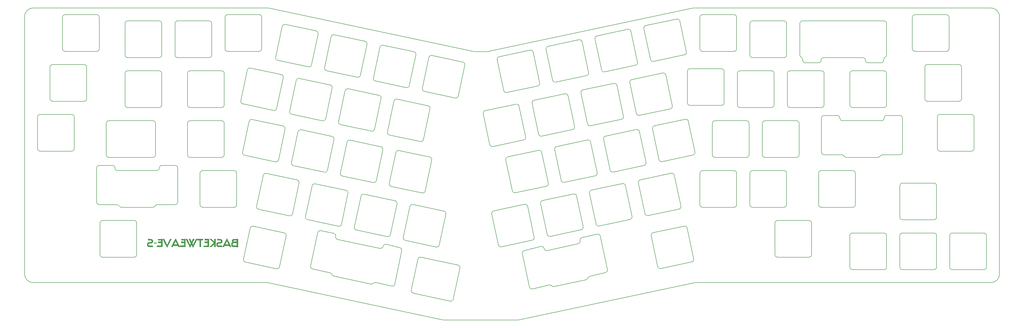
<source format=gbs>
G04 #@! TF.GenerationSoftware,KiCad,Pcbnew,5.1.10-88a1d61d58~90~ubuntu21.04.1*
G04 #@! TF.CreationDate,2021-09-18T02:25:30+02:00*
G04 #@! TF.ProjectId,basketweave_plate,6261736b-6574-4776-9561-76655f706c61,rev?*
G04 #@! TF.SameCoordinates,Original*
G04 #@! TF.FileFunction,Soldermask,Bot*
G04 #@! TF.FilePolarity,Negative*
%FSLAX46Y46*%
G04 Gerber Fmt 4.6, Leading zero omitted, Abs format (unit mm)*
G04 Created by KiCad (PCBNEW 5.1.10-88a1d61d58~90~ubuntu21.04.1) date 2021-09-18 02:25:30*
%MOMM*%
%LPD*%
G01*
G04 APERTURE LIST*
G04 #@! TA.AperFunction,Profile*
%ADD10C,0.200000*%
G04 #@! TD*
%ADD11C,0.100000*%
%ADD12C,0.010000*%
G04 APERTURE END LIST*
D10*
X320524504Y-61387507D02*
G75*
G02*
X319524504Y-60387507I0J1000000D01*
G01*
X351487500Y-58387506D02*
X351487500Y-46387500D01*
X318981000Y-59277223D02*
G75*
G02*
X318437500Y-58387500I456500J889723D01*
G01*
X344400517Y-61387507D02*
G75*
G02*
X343400517Y-60387507I0J1000000D01*
G01*
X350944000Y-59277229D02*
G75*
G03*
X350400500Y-60166952I456500J-889723D01*
G01*
X350944000Y-59277229D02*
G75*
G03*
X351487500Y-58387506I-456500J889723D01*
G01*
X350482515Y-45387499D02*
X319432509Y-45387499D01*
X350400521Y-60387507D02*
G75*
G02*
X349400520Y-61387508I-1000001J0D01*
G01*
X344400517Y-61387508D02*
X349400520Y-61387508D01*
X318437500Y-46387500D02*
G75*
G02*
X319437500Y-45387500I1000000J0D01*
G01*
X326524508Y-60387507D02*
G75*
G02*
X325524507Y-61387508I-1000001J0D01*
G01*
X350487499Y-45387499D02*
G75*
G02*
X351487500Y-46387500I0J-1000001D01*
G01*
X320524504Y-61387508D02*
X325524507Y-61387508D01*
X350400500Y-60166952D02*
X350400521Y-60387507D01*
X342400516Y-59387506D02*
G75*
G02*
X343400517Y-60387507I0J-1000001D01*
G01*
X318981000Y-59277223D02*
G75*
G02*
X319524500Y-60166946I-456500J-889723D01*
G01*
X327524508Y-59387507D02*
X342400516Y-59387507D01*
X326524508Y-60387507D02*
G75*
G02*
X327524508Y-59387507I1000000J0D01*
G01*
X312387500Y-45387500D02*
G75*
G02*
X313387500Y-46387500I0J-1000000D01*
G01*
X318437500Y-46387500D02*
X318437500Y-58387500D01*
X319524500Y-60166946D02*
X319524504Y-60387507D01*
X27927500Y-82106250D02*
G75*
G02*
X28927500Y-81106250I1000000J0D01*
G01*
X28927500Y-95106250D02*
G75*
G02*
X27927500Y-94106250I0J1000000D01*
G01*
X28927500Y-81106250D02*
X40927500Y-81106250D01*
X40927500Y-95106250D02*
X28927500Y-95106250D01*
X41927500Y-94106250D02*
G75*
G02*
X40927500Y-95106250I-1000000J0D01*
G01*
X41927500Y-82106250D02*
X41927500Y-94106250D01*
X40927500Y-81106250D02*
G75*
G02*
X41927500Y-82106250I0J-1000000D01*
G01*
X27927500Y-94106250D02*
X27927500Y-82106250D01*
X45687500Y-62056250D02*
G75*
G02*
X46687500Y-63056250I0J-1000000D01*
G01*
X33687500Y-76056250D02*
G75*
G02*
X32687500Y-75056250I0J1000000D01*
G01*
X45687500Y-76056250D02*
X33687500Y-76056250D01*
X32687500Y-75056250D02*
X32687500Y-63056250D01*
X46687500Y-63056250D02*
X46687500Y-75056250D01*
X32687500Y-63056250D02*
G75*
G02*
X33687500Y-62056250I1000000J0D01*
G01*
X46687500Y-75056250D02*
G75*
G02*
X45687500Y-76056250I-1000000J0D01*
G01*
X33687500Y-62056250D02*
X45687500Y-62056250D01*
X380062500Y-63056250D02*
X380062500Y-75056250D01*
X380062500Y-75056250D02*
G75*
G02*
X379062500Y-76056250I-1000000J0D01*
G01*
X379062500Y-76056250D02*
X367062500Y-76056250D01*
X379062500Y-62056250D02*
G75*
G02*
X380062500Y-63056250I0J-1000000D01*
G01*
X366062500Y-63056250D02*
G75*
G02*
X367062500Y-62056250I1000000J0D01*
G01*
X367062500Y-62056250D02*
X379062500Y-62056250D01*
X367062500Y-76056250D02*
G75*
G02*
X366062500Y-75056250I0J1000000D01*
G01*
X366062500Y-75056250D02*
X366062500Y-63056250D01*
X174042718Y-135612290D02*
X188110514Y-138588750D01*
X262550733Y-126213914D02*
X274308691Y-123729750D01*
X222919320Y-146203910D02*
G75*
G02*
X223870377Y-146512927I207912J-978148D01*
G01*
X216582162Y-147756903D02*
G75*
G02*
X215396102Y-146986669I-207913J978147D01*
G01*
X264275437Y-139137745D02*
X261780497Y-127399974D01*
X185199748Y-152366756D02*
X171131956Y-149306356D01*
X139360791Y-141511067D02*
G75*
G02*
X140103936Y-142180198I-207912J-978148D01*
G01*
X234682251Y-129274901D02*
G75*
G02*
X235452488Y-128088840I978149J207912D01*
G01*
X172856659Y-136382527D02*
G75*
G02*
X174042718Y-135612290I978148J-207911D01*
G01*
X188880750Y-139774810D02*
X186385808Y-151596520D01*
X277219454Y-137423814D02*
X265461496Y-139907981D01*
X170361720Y-148120298D02*
X172856660Y-136382527D01*
X171131956Y-149306356D02*
G75*
G02*
X170361720Y-148120298I207911J978147D01*
G01*
X277989690Y-136237756D02*
G75*
G02*
X277219454Y-137423814I-978147J-207911D01*
G01*
X245093662Y-140263905D02*
X242390810Y-127547986D01*
X275494750Y-124499985D02*
X277989690Y-136237756D01*
X261780496Y-127399973D02*
G75*
G02*
X262550733Y-126213914I978148J207911D01*
G01*
X222155094Y-133045853D02*
G75*
G02*
X220969033Y-132275618I-207913J978148D01*
G01*
X186385808Y-151596520D02*
G75*
G02*
X185199748Y-152366756I-978148J207912D01*
G01*
X265461497Y-139907981D02*
G75*
G02*
X264275437Y-139137745I-207912J978148D01*
G01*
X219782974Y-131505383D02*
G75*
G02*
X220969033Y-132275618I207912J-978147D01*
G01*
X274308691Y-123729750D02*
G75*
G02*
X275494750Y-124499985I207912J-978147D01*
G01*
X188110514Y-138588750D02*
G75*
G02*
X188880750Y-139774810I-207912J-978148D01*
G01*
X237572355Y-143607629D02*
G75*
G02*
X236829210Y-144276759I-951056J309018D01*
G01*
X140847080Y-142849328D02*
G75*
G02*
X140103936Y-142180198I207911J978147D01*
G01*
X224821433Y-146821944D02*
G75*
G02*
X223870377Y-146512927I-207912J978147D01*
G01*
X164115750Y-145861430D02*
G75*
G02*
X162929690Y-146631666I-978148J207912D01*
G01*
X212693251Y-134270750D02*
G75*
G02*
X213463486Y-133084691I978147J207912D01*
G01*
X140810796Y-126484166D02*
G75*
G02*
X141581031Y-127670225I-207912J-978147D01*
G01*
X215396102Y-146986669D02*
X212693250Y-134270750D01*
X216582162Y-147756903D02*
X222919320Y-146203910D01*
X132801383Y-140116821D02*
G75*
G02*
X132031146Y-138930762I207911J978148D01*
G01*
X235452488Y-128088840D02*
X241204750Y-126777750D01*
X162929690Y-146631666D02*
X156899964Y-145234235D01*
X159612251Y-131432943D02*
G75*
G02*
X158426191Y-132203179I-978148J207912D01*
G01*
X237572356Y-143607629D02*
G75*
G02*
X238315500Y-142938500I951055J-309017D01*
G01*
X140810795Y-126484165D02*
X135920057Y-125444607D01*
X238315500Y-142938500D02*
X244323425Y-141449966D01*
X155948909Y-145543252D02*
G75*
G02*
X156899964Y-145234235I743144J-669129D01*
G01*
X132801382Y-140116821D02*
X139360791Y-141511067D01*
X155948908Y-145543252D02*
G75*
G02*
X154997851Y-145852269I-743145J669131D01*
G01*
X241204750Y-126777750D02*
G75*
G02*
X242390810Y-127547986I207912J-978148D01*
G01*
X165960728Y-131959452D02*
G75*
G02*
X166730965Y-133145511I-207911J-978148D01*
G01*
X154997851Y-145852269D02*
X140847080Y-142849328D01*
X132031146Y-138930762D02*
X134733998Y-126214843D01*
X222155094Y-133045853D02*
X233912016Y-130460961D01*
X234682254Y-129274901D02*
G75*
G02*
X233912016Y-130460961I-978149J-207911D01*
G01*
X236829210Y-144276759D02*
X224821433Y-146821944D01*
X165960728Y-131959452D02*
X160798310Y-130662706D01*
X134733998Y-126214844D02*
G75*
G02*
X135920057Y-125444607I978148J-207911D01*
G01*
X142351267Y-128856284D02*
X158426191Y-132203179D01*
X164115750Y-145861430D02*
X166730965Y-133145511D01*
X245093662Y-140263905D02*
G75*
G02*
X244323425Y-141449966I-978149J-207912D01*
G01*
X219782974Y-131505383D02*
X213463486Y-133084691D01*
X142351268Y-128856284D02*
G75*
G02*
X141581031Y-127670225I207911J978148D01*
G01*
X159612250Y-131432942D02*
G75*
G02*
X160798310Y-130662706I978148J-207912D01*
G01*
X168105032Y-129187375D02*
G75*
G02*
X167334796Y-128001317I207911J978147D01*
G01*
X334680250Y-83487500D02*
G75*
G02*
X333680250Y-82487500I0J1000000D01*
G01*
X80331250Y-115537500D02*
X73625301Y-115537501D01*
X56455250Y-100537500D02*
G75*
G02*
X57455250Y-101537500I0J-1000000D01*
G01*
X58455250Y-102537500D02*
G75*
G02*
X57455250Y-101537500I0J1000000D01*
G01*
X56455250Y-100537500D02*
X51455250Y-100537500D01*
X332680250Y-81487500D02*
X327680250Y-81487500D01*
X50455250Y-101537500D02*
G75*
G02*
X51455250Y-100537500I1000000J0D01*
G01*
X327680250Y-96487500D02*
G75*
G02*
X326680250Y-95487500I0J1000000D01*
G01*
X50455250Y-114537500D02*
X50455250Y-101537500D01*
X80331250Y-100537500D02*
X75331250Y-100537500D01*
X350556250Y-82487500D02*
G75*
G02*
X351556250Y-81487500I1000000J0D01*
G01*
X80331250Y-100537500D02*
G75*
G02*
X81331250Y-101537500I0J-1000000D01*
G01*
X81331250Y-114537500D02*
X81331250Y-101537500D01*
X72759276Y-116037501D02*
G75*
G02*
X73625301Y-115537501I866025J-500000D01*
G01*
X332680250Y-81487500D02*
G75*
G02*
X333680250Y-82487500I0J-1000000D01*
G01*
X59893250Y-116537501D02*
G75*
G02*
X59027225Y-116037501I0J1000000D01*
G01*
X74331251Y-101537500D02*
G75*
G02*
X73331250Y-102537501I-1000001J0D01*
G01*
X327680250Y-96487500D02*
X334386200Y-96487501D01*
X72759275Y-116037501D02*
G75*
G02*
X71893250Y-116537501I-866025J500000D01*
G01*
X357556250Y-95487500D02*
X357556250Y-82487500D01*
X58161200Y-115537501D02*
G75*
G02*
X59027225Y-116037501I0J-1000000D01*
G01*
X81331250Y-114537500D02*
G75*
G02*
X80331250Y-115537500I-1000000J0D01*
G01*
X74331250Y-101537500D02*
G75*
G02*
X75331250Y-100537500I1000000J0D01*
G01*
X51455250Y-115537500D02*
G75*
G02*
X50455250Y-114537500I0J1000000D01*
G01*
X51455250Y-115537500D02*
X58161200Y-115537501D01*
X169618875Y-70060049D02*
G75*
G02*
X168432815Y-70830285I-978148J207912D01*
G01*
X175328757Y-72296060D02*
G75*
G02*
X174558521Y-71110002I207911J978147D01*
G01*
X172113816Y-58322278D02*
X169618874Y-70060048D01*
X171343580Y-57136218D02*
G75*
G02*
X172113816Y-58322278I-207912J-978148D01*
G01*
X174558521Y-71110002D02*
X177053461Y-59372231D01*
X168432815Y-70830285D02*
X156695045Y-68335343D01*
X155924809Y-67149285D02*
X158419749Y-55411514D01*
X177053460Y-59372231D02*
G75*
G02*
X178239519Y-58601994I978148J-207911D01*
G01*
X178239519Y-58601994D02*
X189977291Y-61096935D01*
X190747528Y-62282995D02*
X188252586Y-74020765D01*
X161280947Y-87763355D02*
X163775887Y-76025584D01*
X156695045Y-68335343D02*
G75*
G02*
X155924809Y-67149285I207911J978147D01*
G01*
X188252587Y-74020766D02*
G75*
G02*
X187066527Y-74791002I-978148J207912D01*
G01*
X189977292Y-61096935D02*
G75*
G02*
X190747528Y-62282995I-207912J-978148D01*
G01*
X173788953Y-91444355D02*
X162051183Y-88949413D01*
X164961945Y-75255347D02*
X176699717Y-77750288D01*
X163775886Y-76025584D02*
G75*
G02*
X164961945Y-75255347I978148J-207911D01*
G01*
X174975013Y-90674119D02*
G75*
G02*
X173788953Y-91444355I-978148J207912D01*
G01*
X159605807Y-54641277D02*
X171343579Y-57136218D01*
X158419748Y-55411514D02*
G75*
G02*
X159605807Y-54641277I978148J-207911D01*
G01*
X187066527Y-74791002D02*
X175328757Y-72296060D01*
X138061333Y-64374625D02*
G75*
G02*
X137291097Y-63188567I207911J978147D01*
G01*
X153480104Y-54361560D02*
X150985162Y-66099330D01*
X131165392Y-62908849D02*
X119427622Y-60413907D01*
X119427622Y-60413907D02*
G75*
G02*
X118657386Y-59227849I207911J978147D01*
G01*
X140972095Y-50680559D02*
X152709867Y-53175500D01*
X149799103Y-66869567D02*
X138061333Y-64374625D01*
X150985163Y-66099331D02*
G75*
G02*
X149799103Y-66869567I-978148J207912D01*
G01*
X134076157Y-49214782D02*
G75*
G02*
X134846393Y-50400842I-207912J-978148D01*
G01*
X137291097Y-63188567D02*
X139786037Y-51450796D01*
X122338384Y-46719841D02*
X134076156Y-49214782D01*
X139786036Y-51450796D02*
G75*
G02*
X140972095Y-50680559I978148J-207911D01*
G01*
X152709868Y-53175500D02*
G75*
G02*
X153480104Y-54361560I-207912J-978148D01*
G01*
X121152325Y-47490078D02*
G75*
G02*
X122338384Y-46719841I978148J-207911D01*
G01*
X132351452Y-62138613D02*
G75*
G02*
X131165392Y-62908849I-978148J207912D01*
G01*
X118657386Y-59227849D02*
X121152326Y-47490078D01*
X134846393Y-50400842D02*
X132351451Y-62138612D01*
X238697769Y-85424575D02*
G75*
G02*
X237511709Y-84654339I-207912J978148D01*
G01*
X259006618Y-48341779D02*
G75*
G02*
X259776855Y-47155720I978148J207911D01*
G01*
X242867848Y-64040268D02*
X240372908Y-52302497D01*
X217153294Y-75691226D02*
X228891065Y-73196286D01*
X235016768Y-72916567D02*
G75*
G02*
X235787005Y-71730508I978148J207911D01*
G01*
X222509432Y-55077155D02*
X234247203Y-52582215D01*
X221739195Y-56263214D02*
G75*
G02*
X222509432Y-55077155I978148J207911D01*
G01*
X259776855Y-47155720D02*
X271514626Y-44660780D01*
X218524254Y-70236999D02*
X206786483Y-72731940D01*
X206786484Y-72731940D02*
G75*
G02*
X205600424Y-71961704I-207912J978148D01*
G01*
X255791678Y-62315563D02*
X244053907Y-64810504D01*
X256145421Y-80693621D02*
X253650481Y-68955850D01*
X225420196Y-68771222D02*
G75*
G02*
X224234136Y-68000986I-207912J978148D01*
G01*
X216799550Y-57313169D02*
X219294490Y-69050940D01*
X275195625Y-57168788D02*
G75*
G02*
X274425389Y-58354846I-978147J-207911D01*
G01*
X216383057Y-76877285D02*
G75*
G02*
X217153294Y-75691226I978148J207911D01*
G01*
X261501559Y-60079551D02*
X259006619Y-48341780D01*
X257331481Y-81463857D02*
G75*
G02*
X256145421Y-80693621I-207912J978148D01*
G01*
X254066974Y-49391733D02*
X256561914Y-61129504D01*
X219294490Y-69050941D02*
G75*
G02*
X218524254Y-70236999I-978147J-207911D01*
G01*
X262687619Y-60849787D02*
G75*
G02*
X261501559Y-60079551I-207912J978148D01*
G01*
X391318750Y-40481250D02*
G75*
G02*
X394493750Y-43656250I0J-3175000D01*
G01*
X23018750Y-43656250D02*
G75*
G02*
X26193750Y-40481250I3175000J0D01*
G01*
X182562500Y-159543750D02*
X211137500Y-159543750D01*
X248710835Y-70005804D02*
X251205775Y-81743575D01*
X201430346Y-93346010D02*
G75*
G02*
X200244286Y-92575774I-207912J978148D01*
G01*
X213168116Y-90851069D02*
X201430345Y-93346010D01*
X244053908Y-64810504D02*
G75*
G02*
X242867848Y-64040268I-207912J978148D01*
G01*
X231801828Y-86890352D02*
X220064057Y-89385293D01*
X215613491Y-56542934D02*
G75*
G02*
X216799550Y-57313169I207912J-978147D01*
G01*
X234247203Y-52582216D02*
G75*
G02*
X235433262Y-53352451I207912J-978147D01*
G01*
X218877998Y-88615057D02*
X216383058Y-76877286D01*
X197749345Y-80838002D02*
G75*
G02*
X198519582Y-79651943I978148J207911D01*
G01*
X266158488Y-65274851D02*
G75*
G02*
X267344547Y-66045086I207912J-978147D01*
G01*
X198519582Y-79651943D02*
X210257353Y-77157003D01*
X211443412Y-77927239D02*
X213938352Y-89665010D01*
X232572064Y-85704294D02*
G75*
G02*
X231801828Y-86890352I-978147J-207911D01*
G01*
X210257353Y-77157004D02*
G75*
G02*
X211443412Y-77927239I207912J-978147D01*
G01*
X200244286Y-92575774D02*
X197749346Y-80838003D01*
X272700685Y-45431016D02*
X275195625Y-57168787D01*
X271514626Y-44660781D02*
G75*
G02*
X272700685Y-45431016I207912J-978147D01*
G01*
X230077124Y-73966522D02*
X232572064Y-85704293D01*
X213938352Y-89665011D02*
G75*
G02*
X213168116Y-90851069I-978147J-207911D01*
G01*
X241143144Y-51116437D02*
X252880915Y-48621497D01*
X256561914Y-61129505D02*
G75*
G02*
X255791678Y-62315563I-978147J-207911D01*
G01*
X240372907Y-52302496D02*
G75*
G02*
X241143144Y-51116437I978148J207911D01*
G01*
X251205775Y-81743576D02*
G75*
G02*
X250435539Y-82929634I-978147J-207911D01*
G01*
X237928202Y-65090223D02*
G75*
G02*
X237157966Y-66276281I-978147J-207911D01*
G01*
X224234136Y-68000986D02*
X221739196Y-56263215D01*
X203875720Y-59037873D02*
X215613491Y-56542933D01*
X220064058Y-89385293D02*
G75*
G02*
X218877998Y-88615057I-207912J978148D01*
G01*
X250435539Y-82929634D02*
X238697768Y-85424575D01*
X235433262Y-53352451D02*
X237928202Y-65090222D01*
X203105483Y-60223932D02*
G75*
G02*
X203875720Y-59037873I978148J207911D01*
G01*
X237157966Y-66276281D02*
X225420195Y-68771222D01*
X205600424Y-71961704D02*
X203105484Y-60223933D01*
X391318750Y-145256250D02*
X278606250Y-145256250D01*
X394493750Y-142081250D02*
G75*
G02*
X391318750Y-145256250I-3175000J0D01*
G01*
X274425389Y-58354846D02*
X262687618Y-60849787D01*
X228891065Y-73196287D02*
G75*
G02*
X230077124Y-73966522I207912J-978147D01*
G01*
X237511709Y-84654339D02*
X235016769Y-72916568D01*
X235787005Y-71730508D02*
X247524776Y-69235568D01*
X252880915Y-48621498D02*
G75*
G02*
X254066974Y-49391733I207912J-978147D01*
G01*
X247524776Y-69235569D02*
G75*
G02*
X248710835Y-70005804I207912J-978147D01*
G01*
X357537500Y-126350000D02*
X369537500Y-126350000D01*
X388537500Y-126350000D02*
G75*
G02*
X389537500Y-127350000I0J-1000000D01*
G01*
X370537500Y-139350000D02*
G75*
G02*
X369537500Y-140350000I-1000000J0D01*
G01*
X26193750Y-145256250D02*
X115443000Y-145256250D01*
X391318750Y-40481250D02*
X277812500Y-40481250D01*
X357537500Y-140350000D02*
G75*
G02*
X356537500Y-139350000I0J1000000D01*
G01*
X369537500Y-126350000D02*
G75*
G02*
X370537500Y-127350000I0J-1000000D01*
G01*
X370537500Y-127350000D02*
X370537500Y-139350000D01*
X199231250Y-57150000D02*
X194468750Y-57150000D01*
X356537500Y-127350000D02*
G75*
G02*
X357537500Y-126350000I1000000J0D01*
G01*
X23018750Y-43656250D02*
X23018750Y-142081250D01*
X388537500Y-140350000D02*
X376537500Y-140350000D01*
X369537500Y-140350000D02*
X357537500Y-140350000D01*
X389537500Y-139350000D02*
G75*
G02*
X388537500Y-140350000I-1000000J0D01*
G01*
X350487500Y-126350000D02*
G75*
G02*
X351487500Y-127350000I0J-1000000D01*
G01*
X278606250Y-145256250D02*
X211137500Y-159543750D01*
X115443000Y-145256250D02*
X182562500Y-159543750D01*
X277812500Y-40481250D02*
X199231250Y-57150000D01*
X26193750Y-145256250D02*
G75*
G02*
X23018750Y-142081250I0J3175000D01*
G01*
X115887500Y-40481250D02*
X194468750Y-57150000D01*
X376537500Y-126350000D02*
X388537500Y-126350000D01*
X26193750Y-40481250D02*
X115887500Y-40481250D01*
X375537500Y-139350000D02*
X375537500Y-127350000D01*
X376537500Y-140350000D02*
G75*
G02*
X375537500Y-139350000I0J1000000D01*
G01*
X394493750Y-43656250D02*
X394493750Y-142081250D01*
X389537500Y-127350000D02*
X389537500Y-139350000D01*
X375537500Y-127350000D02*
G75*
G02*
X376537500Y-126350000I1000000J0D01*
G01*
X356537500Y-139350000D02*
X356537500Y-127350000D01*
X177397429Y-97374179D02*
G75*
G02*
X178167665Y-98560239I-207912J-978148D01*
G01*
X162748894Y-108573304D02*
G75*
G02*
X161978658Y-107387246I207911J978147D01*
G01*
X149471320Y-125226657D02*
G75*
G02*
X148701084Y-124040599I207911J978147D01*
G01*
X175672724Y-110298010D02*
G75*
G02*
X174486664Y-111068246I-978148J207912D01*
G01*
X161209090Y-127721599D02*
X149471320Y-125226657D01*
X115114658Y-103611156D02*
X126852430Y-106106097D01*
X125127726Y-119029928D02*
G75*
G02*
X123941666Y-119800164I-978148J207912D01*
G01*
X159533953Y-94599522D02*
X157039011Y-106337292D01*
X108954436Y-124567914D02*
G75*
G02*
X110140495Y-123797677I978148J-207911D01*
G01*
X120153563Y-139216449D02*
G75*
G02*
X118967503Y-139986685I-978148J207912D01*
G01*
X121878268Y-126292618D02*
G75*
G02*
X122648504Y-127478678I-207912J-978148D01*
G01*
X123941666Y-119800164D02*
X112203896Y-117305222D01*
X162395150Y-126951363D02*
G75*
G02*
X161209090Y-127721599I-978148J207912D01*
G01*
X122648504Y-127478678D02*
X120153562Y-139216448D01*
X107229733Y-137491743D02*
G75*
G02*
X106459497Y-136305685I207911J978147D01*
G01*
X110140495Y-123797677D02*
X121878267Y-126292618D01*
X113928599Y-104381393D02*
G75*
G02*
X115114658Y-103611156I978148J-207911D01*
G01*
X158763717Y-93413462D02*
G75*
G02*
X159533953Y-94599522I-207912J-978148D01*
G01*
X161978658Y-107387246D02*
X164473598Y-95649475D01*
X127622667Y-107292157D02*
X125127725Y-119029927D01*
X106459497Y-136305685D02*
X108954437Y-124567914D01*
X171015794Y-115493309D02*
X182753566Y-117988250D01*
X152382082Y-111532591D02*
X164119854Y-114027532D01*
X144115182Y-104612587D02*
G75*
G02*
X143344946Y-103426529I207911J978147D01*
G01*
X145839885Y-91688758D02*
G75*
G02*
X147025944Y-90918521I978148J-207911D01*
G01*
X133748370Y-107571874D02*
X145486142Y-110066815D01*
X145486143Y-110066815D02*
G75*
G02*
X146256379Y-111252875I-207912J-978148D01*
G01*
X151196023Y-112302828D02*
G75*
G02*
X152382082Y-111532591I978148J-207911D01*
G01*
X164890091Y-115213592D02*
X162395149Y-126951362D01*
X142575378Y-123760882D02*
X130837608Y-121265940D01*
X130067372Y-120079882D02*
X132562312Y-108342111D01*
X148701084Y-124040599D02*
X151196024Y-112302828D01*
X143761438Y-122990646D02*
G75*
G02*
X142575378Y-123760882I-978148J207912D01*
G01*
X164473597Y-95649475D02*
G75*
G02*
X165659656Y-94879238I978148J-207911D01*
G01*
X132562311Y-108342111D02*
G75*
G02*
X133748370Y-107571874I978148J-207911D01*
G01*
X130837608Y-121265940D02*
G75*
G02*
X130067372Y-120079882I207911J978147D01*
G01*
X146256379Y-111252875D02*
X143761437Y-122990645D01*
X165659656Y-94879238D02*
X177397428Y-97374179D01*
X164119855Y-114027532D02*
G75*
G02*
X164890091Y-115213592I-207912J-978148D01*
G01*
X111433660Y-116119164D02*
X113928600Y-104381393D01*
X126852431Y-106106097D02*
G75*
G02*
X127622667Y-107292157I-207912J-978148D01*
G01*
X112203896Y-117305222D02*
G75*
G02*
X111433660Y-116119164I207911J978147D01*
G01*
X118967503Y-139986685D02*
X107229733Y-137491743D01*
X157039012Y-106337293D02*
G75*
G02*
X155852952Y-107107529I-978148J207912D01*
G01*
X174486664Y-111068246D02*
X162748894Y-108573304D01*
X178167665Y-98560239D02*
X175672723Y-110298009D01*
X120798583Y-65868135D02*
G75*
G02*
X121568819Y-67054195I-207912J-978148D01*
G01*
X139432295Y-69828853D02*
G75*
G02*
X140202531Y-71014913I-207912J-978148D01*
G01*
X140202531Y-71014913D02*
X137707589Y-82752683D01*
X127206173Y-87728040D02*
G75*
G02*
X128392232Y-86957803I978148J-207911D01*
G01*
X140130005Y-89452744D02*
G75*
G02*
X140900241Y-90638804I-207912J-978148D01*
G01*
X125481470Y-100651869D02*
G75*
G02*
X124711234Y-99465811I207911J978147D01*
G01*
X140900241Y-90638804D02*
X138405299Y-102376574D01*
X147025944Y-90918521D02*
X158763716Y-93413462D01*
X119073878Y-78791966D02*
G75*
G02*
X117887818Y-79562202I-978148J207912D01*
G01*
X126508463Y-68104149D02*
G75*
G02*
X127694522Y-67333912I978148J-207911D01*
G01*
X124013524Y-79841920D02*
X126508464Y-68104149D01*
X118585528Y-99186093D02*
X106847758Y-96691151D01*
X124711234Y-99465811D02*
X127206174Y-87728040D01*
X155852952Y-107107529D02*
X144115182Y-104612587D01*
X143344946Y-103426529D02*
X145839886Y-91688758D01*
X143417472Y-84988695D02*
G75*
G02*
X142647236Y-83802637I207911J978147D01*
G01*
X109758520Y-82997085D02*
X121496292Y-85492026D01*
X136521530Y-83522920D02*
X124783760Y-81027978D01*
X176699718Y-77750288D02*
G75*
G02*
X177469954Y-78936348I-207912J-978148D01*
G01*
X177469954Y-78936348D02*
X174975012Y-90674118D01*
X155155242Y-87483637D02*
X143417472Y-84988695D01*
X145142175Y-72064866D02*
G75*
G02*
X146328234Y-71294629I978148J-207911D01*
G01*
X106150048Y-77067260D02*
G75*
G02*
X105379812Y-75881202I207911J978147D01*
G01*
X106077522Y-95505093D02*
X108572462Y-83767322D01*
X127694522Y-67333912D02*
X139432294Y-69828853D01*
X108572461Y-83767322D02*
G75*
G02*
X109758520Y-82997085I978148J-207911D01*
G01*
X106847758Y-96691151D02*
G75*
G02*
X106077522Y-95505093I207911J978147D01*
G01*
X156341302Y-86713401D02*
G75*
G02*
X155155242Y-87483637I-978148J207912D01*
G01*
X105379812Y-75881202D02*
X107874752Y-64143431D01*
X142647236Y-83802637D02*
X145142176Y-72064866D01*
X117887818Y-79562202D02*
X106150048Y-77067260D01*
X121568819Y-67054195D02*
X119073877Y-78791965D01*
X121496293Y-85492026D02*
G75*
G02*
X122266529Y-86678086I-207912J-978148D01*
G01*
X158836243Y-74975630D02*
X156341301Y-86713400D01*
X137707590Y-82752684D02*
G75*
G02*
X136521530Y-83522920I-978148J207912D01*
G01*
X109060810Y-63373194D02*
X120798582Y-65868135D01*
X122266529Y-86678086D02*
X119771587Y-98415856D01*
X128392232Y-86957803D02*
X140130004Y-89452744D01*
X137219240Y-103146811D02*
X125481470Y-100651869D01*
X138405300Y-102376575D02*
G75*
G02*
X137219240Y-103146811I-978148J207912D01*
G01*
X158066007Y-73789570D02*
G75*
G02*
X158836243Y-74975630I-207912J-978148D01*
G01*
X146328234Y-71294629D02*
X158066006Y-73789570D01*
X119771588Y-98415857D02*
G75*
G02*
X118585528Y-99186093I-978148J207912D01*
G01*
X124783760Y-81027978D02*
G75*
G02*
X124013524Y-79841920I207911J978147D01*
G01*
X162051183Y-88949413D02*
G75*
G02*
X161280947Y-87763355I207911J978147D01*
G01*
X107874751Y-64143431D02*
G75*
G02*
X109060810Y-63373194I978148J-207911D01*
G01*
X216431123Y-129108672D02*
X204693352Y-131603613D01*
X259824921Y-99387108D02*
G75*
G02*
X259054685Y-100573166I-978147J-207911D01*
G01*
X265950627Y-99107390D02*
G75*
G02*
X264764567Y-98337154I-207912J978148D01*
G01*
X264764567Y-98337154D02*
X262269627Y-86599383D01*
X247316915Y-103068107D02*
G75*
G02*
X246130855Y-102297871I-207912J978148D01*
G01*
X222141005Y-126872660D02*
X219646065Y-115134889D01*
X225002202Y-94520817D02*
G75*
G02*
X225772439Y-93334758I978148J207911D01*
G01*
X222557498Y-107308544D02*
G75*
G02*
X221787262Y-108494602I-978147J-207911D01*
G01*
X210049492Y-110989543D02*
G75*
G02*
X208863432Y-110219307I-207912J978148D01*
G01*
X218876499Y-94800537D02*
G75*
G02*
X220062558Y-95570772I207912J-978147D01*
G01*
X278458633Y-95426391D02*
G75*
G02*
X277688397Y-96612449I-978147J-207911D01*
G01*
X275963693Y-83688619D02*
X278458633Y-95426390D01*
X243635914Y-90560099D02*
G75*
G02*
X244406151Y-89374040I978148J207911D01*
G01*
X225772439Y-93334758D02*
X237510210Y-90839818D01*
X220062558Y-95570772D02*
X222557498Y-107308543D01*
X208863432Y-110219307D02*
X206368492Y-98481536D01*
X254420717Y-67769790D02*
X266158488Y-65274850D01*
X267344547Y-66045086D02*
X269839487Y-77782857D01*
X263039863Y-85413323D02*
X274777634Y-82918383D01*
X240420973Y-104533884D02*
X228683202Y-107028825D01*
X237510210Y-90839819D02*
G75*
G02*
X238696269Y-91610054I207912J-978147D01*
G01*
X256143922Y-86879101D02*
G75*
G02*
X257329981Y-87649336I207912J-978147D01*
G01*
X238696269Y-91610054D02*
X241191209Y-103347825D01*
X241191209Y-103347826D02*
G75*
G02*
X240420973Y-104533884I-978147J-207911D01*
G01*
X207138728Y-97295476D02*
X218876499Y-94800536D01*
X277688397Y-96612449D02*
X265950626Y-99107390D01*
X269069251Y-78968916D02*
X257331480Y-81463857D01*
X269839487Y-77782858D02*
G75*
G02*
X269069251Y-78968916I-978147J-207911D01*
G01*
X257329981Y-87649336D02*
X259824921Y-99387107D01*
X253650480Y-68955849D02*
G75*
G02*
X254420717Y-67769790I978148J207911D01*
G01*
X244406151Y-89374040D02*
X256143922Y-86879100D01*
X204693353Y-131603613D02*
G75*
G02*
X203507293Y-130833377I-207912J978148D01*
G01*
X213520360Y-115414607D02*
G75*
G02*
X214706419Y-116184842I207912J-978147D01*
G01*
X246130855Y-102297871D02*
X243635915Y-90560100D01*
X203507293Y-130833377D02*
X201012353Y-119095606D01*
X262269626Y-86599382D02*
G75*
G02*
X263039863Y-85413323I978148J207911D01*
G01*
X217201359Y-127922614D02*
G75*
G02*
X216431123Y-129108672I-978147J-207911D01*
G01*
X259054685Y-100573166D02*
X247316914Y-103068107D01*
X228683203Y-107028825D02*
G75*
G02*
X227497143Y-106258589I-207912J978148D01*
G01*
X201782589Y-117909546D02*
X213520360Y-115414606D01*
X227497143Y-106258589D02*
X225002203Y-94520818D01*
X214706419Y-116184842D02*
X217201359Y-127922613D01*
X221787262Y-108494602D02*
X210049491Y-110989543D01*
X206368491Y-98481535D02*
G75*
G02*
X207138728Y-97295476I978148J207911D01*
G01*
X274777634Y-82918384D02*
G75*
G02*
X275963693Y-83688619I207912J-978147D01*
G01*
X201012352Y-119095605D02*
G75*
G02*
X201782589Y-117909546I978148J207911D01*
G01*
X383825000Y-95106250D02*
X371825000Y-95106250D01*
X374300000Y-57006250D02*
X362300000Y-57006250D01*
X38450000Y-43006250D02*
X50450000Y-43006250D01*
X51450000Y-56006250D02*
G75*
G02*
X50450000Y-57006250I-1000000J0D01*
G01*
X75262500Y-58387500D02*
G75*
G02*
X74262500Y-59387500I-1000000J0D01*
G01*
X37450000Y-44006250D02*
G75*
G02*
X38450000Y-43006250I1000000J0D01*
G01*
X375300000Y-56006250D02*
G75*
G02*
X374300000Y-57006250I-1000000J0D01*
G01*
X362300000Y-57006250D02*
G75*
G02*
X361300000Y-56006250I0J1000000D01*
G01*
X361300000Y-44006250D02*
G75*
G02*
X362300000Y-43006250I1000000J0D01*
G01*
X375300000Y-44006250D02*
X375300000Y-56006250D01*
X362300000Y-43006250D02*
X374300000Y-43006250D01*
X361300000Y-56006250D02*
X361300000Y-44006250D01*
X74262500Y-59387500D02*
X62262500Y-59387500D01*
X62262500Y-59387500D02*
G75*
G02*
X61262500Y-58387500I0J1000000D01*
G01*
X371825000Y-81106250D02*
X383825000Y-81106250D01*
X370825000Y-82106250D02*
G75*
G02*
X371825000Y-81106250I1000000J0D01*
G01*
X383825000Y-81106250D02*
G75*
G02*
X384825000Y-82106250I0J-1000000D01*
G01*
X51450000Y-44006250D02*
X51450000Y-56006250D01*
X37450000Y-56006250D02*
X37450000Y-44006250D01*
X50450000Y-57006250D02*
X38450000Y-57006250D01*
X38450000Y-57006250D02*
G75*
G02*
X37450000Y-56006250I0J1000000D01*
G01*
X374300000Y-43006250D02*
G75*
G02*
X375300000Y-44006250I0J-1000000D01*
G01*
X50450000Y-43006250D02*
G75*
G02*
X51450000Y-44006250I0J-1000000D01*
G01*
X384825000Y-94106250D02*
G75*
G02*
X383825000Y-95106250I-1000000J0D01*
G01*
X384825000Y-82106250D02*
X384825000Y-94106250D01*
X370825000Y-94106250D02*
X370825000Y-82106250D01*
X371825000Y-95106250D02*
G75*
G02*
X370825000Y-94106250I0J1000000D01*
G01*
X232154072Y-111453890D02*
G75*
G02*
X233340131Y-112224125I207912J-978147D01*
G01*
X250787784Y-107493172D02*
G75*
G02*
X251973843Y-108263407I207912J-978147D01*
G01*
X169829735Y-116263546D02*
G75*
G02*
X171015794Y-115493309I978148J-207911D01*
G01*
X259408429Y-118951224D02*
X256913489Y-107213453D01*
X183523803Y-119174310D02*
X181028861Y-130912080D01*
X181028862Y-130912081D02*
G75*
G02*
X179842802Y-131682317I-978148J207912D01*
G01*
X257683725Y-106027393D02*
X269421496Y-103532453D01*
X270607555Y-104302689D02*
X273102495Y-116040460D01*
X256913488Y-107213452D02*
G75*
G02*
X257683725Y-106027393I978148J207911D01*
G01*
X253698547Y-121187237D02*
X241960776Y-123682178D01*
X251973843Y-108263407D02*
X254468783Y-120001178D01*
X272332259Y-117226519D02*
X260594488Y-119721460D01*
X254468783Y-120001179D02*
G75*
G02*
X253698547Y-121187237I-978147J-207911D01*
G01*
X241960777Y-123682178D02*
G75*
G02*
X240774717Y-122911942I-207912J978148D01*
G01*
X182753567Y-117988250D02*
G75*
G02*
X183523803Y-119174310I-207912J-978148D01*
G01*
X269421496Y-103532454D02*
G75*
G02*
X270607555Y-104302689I207912J-978147D01*
G01*
X167334796Y-128001317D02*
X169829736Y-116263546D01*
X273102495Y-116040461D02*
G75*
G02*
X272332259Y-117226519I-978147J-207911D01*
G01*
X260594489Y-119721460D02*
G75*
G02*
X259408429Y-118951224I-207912J978148D01*
G01*
X238279776Y-111174170D02*
G75*
G02*
X239050013Y-109988111I978148J207911D01*
G01*
X240774717Y-122911942D02*
X238279777Y-111174171D01*
X179842802Y-131682317D02*
X168105032Y-129187375D01*
X239050013Y-109988111D02*
X250787784Y-107493171D01*
X235064835Y-125147955D02*
X223327064Y-127642896D01*
X220416301Y-113948829D02*
X232154072Y-111453889D01*
X233340131Y-112224125D02*
X235835071Y-123961896D01*
X235835071Y-123961897D02*
G75*
G02*
X235064835Y-125147955I-978147J-207911D01*
G01*
X219646064Y-115134888D02*
G75*
G02*
X220416301Y-113948829I978148J207911D01*
G01*
X223327065Y-127642896D02*
G75*
G02*
X222141005Y-126872660I-207912J978148D01*
G01*
X293337500Y-43006250D02*
G75*
G02*
X294337500Y-44006250I0J-1000000D01*
G01*
X102837500Y-116537500D02*
X90837500Y-116537500D01*
X103837500Y-115537500D02*
G75*
G02*
X102837500Y-116537500I-1000000J0D01*
G01*
X85075000Y-84487500D02*
G75*
G02*
X86075000Y-83487500I1000000J0D01*
G01*
X90837500Y-116537500D02*
G75*
G02*
X89837500Y-115537500I0J1000000D01*
G01*
X98075000Y-97487500D02*
X86075000Y-97487500D01*
X99362500Y-44006250D02*
G75*
G02*
X100362500Y-43006250I1000000J0D01*
G01*
X338487500Y-78437500D02*
G75*
G02*
X337487500Y-77437500I0J1000000D01*
G01*
X300387500Y-59387500D02*
G75*
G02*
X299387500Y-58387500I0J1000000D01*
G01*
X99075000Y-65437500D02*
X99075000Y-77437500D01*
X85075000Y-96487500D02*
X85075000Y-84487500D01*
X100362500Y-43006250D02*
X112362500Y-43006250D01*
X89837500Y-103537500D02*
G75*
G02*
X90837500Y-102537500I1000000J0D01*
G01*
X90837500Y-102537500D02*
X102837500Y-102537500D01*
X94312500Y-46387500D02*
X94312500Y-58387500D01*
X80312500Y-46387500D02*
G75*
G02*
X81312500Y-45387500I1000000J0D01*
G01*
X350487500Y-78437500D02*
X338487500Y-78437500D01*
X99075000Y-77437500D02*
G75*
G02*
X98075000Y-78437500I-1000000J0D01*
G01*
X98075000Y-64437500D02*
G75*
G02*
X99075000Y-65437500I0J-1000000D01*
G01*
X113362500Y-44006250D02*
X113362500Y-56006250D01*
X99075000Y-96487500D02*
G75*
G02*
X98075000Y-97487500I-1000000J0D01*
G01*
X86075000Y-64437500D02*
X98075000Y-64437500D01*
X93312500Y-45387500D02*
G75*
G02*
X94312500Y-46387500I0J-1000000D01*
G01*
X103837500Y-103537500D02*
X103837500Y-115537500D01*
X85075000Y-65437500D02*
G75*
G02*
X86075000Y-64437500I1000000J0D01*
G01*
X312387500Y-59387500D02*
X300387500Y-59387500D01*
X80312500Y-58387500D02*
X80312500Y-46387500D01*
X299387500Y-46387500D02*
G75*
G02*
X300387500Y-45387500I1000000J0D01*
G01*
X93312500Y-59387500D02*
X81312500Y-59387500D01*
X94312500Y-58387500D02*
G75*
G02*
X93312500Y-59387500I-1000000J0D01*
G01*
X64737500Y-121587500D02*
G75*
G02*
X65737500Y-122587500I0J-1000000D01*
G01*
X112362500Y-57006250D02*
X100362500Y-57006250D01*
X300387500Y-45387500D02*
X312387500Y-45387500D01*
X102837500Y-102537500D02*
G75*
G02*
X103837500Y-103537500I0J-1000000D01*
G01*
X81312500Y-59387500D02*
G75*
G02*
X80312500Y-58387500I0J1000000D01*
G01*
X52737500Y-121587500D02*
X64737500Y-121587500D01*
X299387500Y-58387500D02*
X299387500Y-46387500D01*
X86075000Y-83487500D02*
X98075000Y-83487500D01*
X86075000Y-97487500D02*
G75*
G02*
X85075000Y-96487500I0J1000000D01*
G01*
X351487500Y-77437500D02*
G75*
G02*
X350487500Y-78437500I-1000000J0D01*
G01*
X99075000Y-84487500D02*
X99075000Y-96487500D01*
X293337500Y-57006250D02*
X281337500Y-57006250D01*
X337487500Y-65437500D02*
G75*
G02*
X338487500Y-64437500I1000000J0D01*
G01*
X294337500Y-56006250D02*
G75*
G02*
X293337500Y-57006250I-1000000J0D01*
G01*
X98075000Y-78437500D02*
X86075000Y-78437500D01*
X281337500Y-57006250D02*
G75*
G02*
X280337500Y-56006250I0J1000000D01*
G01*
X89837500Y-115537500D02*
X89837500Y-103537500D01*
X86075000Y-78437500D02*
G75*
G02*
X85075000Y-77437500I0J1000000D01*
G01*
X98075000Y-83487500D02*
G75*
G02*
X99075000Y-84487500I0J-1000000D01*
G01*
X313387500Y-46387500D02*
X313387500Y-58387500D01*
X280337500Y-44006250D02*
G75*
G02*
X281337500Y-43006250I1000000J0D01*
G01*
X112362500Y-43006250D02*
G75*
G02*
X113362500Y-44006250I0J-1000000D01*
G01*
X294337500Y-44006250D02*
X294337500Y-56006250D01*
X85075000Y-77437500D02*
X85075000Y-65437500D01*
X99362500Y-56006250D02*
X99362500Y-44006250D01*
X281337500Y-43006250D02*
X293337500Y-43006250D01*
X113362500Y-56006250D02*
G75*
G02*
X112362500Y-57006250I-1000000J0D01*
G01*
X100362500Y-57006250D02*
G75*
G02*
X99362500Y-56006250I0J1000000D01*
G01*
X81312500Y-45387500D02*
X93312500Y-45387500D01*
X65737500Y-122587500D02*
X65737500Y-134587500D01*
X337487500Y-77437500D02*
X337487500Y-65437500D01*
X313387500Y-58387500D02*
G75*
G02*
X312387500Y-59387500I-1000000J0D01*
G01*
X280337500Y-56006250D02*
X280337500Y-44006250D01*
X65737500Y-134587500D02*
G75*
G02*
X64737500Y-135587500I-1000000J0D01*
G01*
X64737500Y-135587500D02*
X52737500Y-135587500D01*
X52737500Y-135587500D02*
G75*
G02*
X51737500Y-134587500I0J1000000D01*
G01*
X58455250Y-102537500D02*
X73331250Y-102537501D01*
X54118750Y-96487500D02*
X54118750Y-84487500D01*
X71881250Y-83487500D02*
G75*
G02*
X72881250Y-84487500I0J-1000000D01*
G01*
X74262500Y-78437500D02*
X62262500Y-78437500D01*
X75262500Y-77437500D02*
G75*
G02*
X74262500Y-78437500I-1000000J0D01*
G01*
X62262500Y-78437500D02*
G75*
G02*
X61262500Y-77437500I0J1000000D01*
G01*
X75262500Y-46387500D02*
X75262500Y-58387500D01*
X51737500Y-122587500D02*
G75*
G02*
X52737500Y-121587500I1000000J0D01*
G01*
X55118750Y-83487500D02*
X71881250Y-83487500D01*
X74262500Y-45387500D02*
G75*
G02*
X75262500Y-46387500I0J-1000000D01*
G01*
X62262500Y-45387500D02*
X74262500Y-45387500D01*
X61262500Y-46387500D02*
G75*
G02*
X62262500Y-45387500I1000000J0D01*
G01*
X61262500Y-58387500D02*
X61262500Y-46387500D01*
X71893250Y-116537501D02*
X59893250Y-116537501D01*
X55118750Y-97487500D02*
G75*
G02*
X54118750Y-96487500I0J1000000D01*
G01*
X61262500Y-77437500D02*
X61262500Y-65437500D01*
X72881250Y-96487500D02*
G75*
G02*
X71881250Y-97487500I-1000000J0D01*
G01*
X51737500Y-134587500D02*
X51737500Y-122587500D01*
X72881250Y-84487500D02*
X72881250Y-96487500D01*
X71881250Y-97487500D02*
X55118750Y-97487500D01*
X74262500Y-64437500D02*
G75*
G02*
X75262500Y-65437500I0J-1000000D01*
G01*
X75262500Y-65437500D02*
X75262500Y-77437500D01*
X54118750Y-84487500D02*
G75*
G02*
X55118750Y-83487500I1000000J0D01*
G01*
X62262500Y-64437500D02*
X74262500Y-64437500D01*
X61262500Y-65437500D02*
G75*
G02*
X62262500Y-64437500I1000000J0D01*
G01*
X350487500Y-140350000D02*
X338487500Y-140350000D01*
X322912500Y-122587500D02*
X322912500Y-134587500D01*
X294337500Y-115537500D02*
G75*
G02*
X293337500Y-116537500I-1000000J0D01*
G01*
X356537500Y-108300000D02*
G75*
G02*
X357537500Y-107300000I1000000J0D01*
G01*
X325581250Y-115537500D02*
X325581250Y-103537500D01*
X338581250Y-116537500D02*
X326581250Y-116537500D01*
X308912500Y-134587500D02*
X308912500Y-122587500D01*
X338487500Y-126350000D02*
X350487500Y-126350000D01*
X348118250Y-97487501D02*
X336118250Y-97487501D01*
X321912500Y-135587500D02*
X309912500Y-135587500D01*
X281337500Y-102537500D02*
X293337500Y-102537500D01*
X326581250Y-116537500D02*
G75*
G02*
X325581250Y-115537500I0J1000000D01*
G01*
X299387500Y-115537500D02*
X299387500Y-103537500D01*
X356537500Y-120300000D02*
X356537500Y-108300000D01*
X339581250Y-103537500D02*
X339581250Y-115537500D01*
X351487500Y-139350000D02*
G75*
G02*
X350487500Y-140350000I-1000000J0D01*
G01*
X280337500Y-115537500D02*
X280337500Y-103537500D01*
X370537500Y-108300000D02*
X370537500Y-120300000D01*
X321912500Y-121587500D02*
G75*
G02*
X322912500Y-122587500I0J-1000000D01*
G01*
X313387500Y-103537500D02*
X313387500Y-115537500D01*
X357537500Y-107300000D02*
X369537500Y-107300000D01*
X338487500Y-140350000D02*
G75*
G02*
X337487500Y-139350000I0J1000000D01*
G01*
X357537500Y-121300000D02*
G75*
G02*
X356537500Y-120300000I0J1000000D01*
G01*
X326581250Y-102537500D02*
X338581250Y-102537500D01*
X294337500Y-103537500D02*
X294337500Y-115537500D01*
X339581250Y-115537500D02*
G75*
G02*
X338581250Y-116537500I-1000000J0D01*
G01*
X334680250Y-83487500D02*
X349556250Y-83487501D01*
X337487500Y-127350000D02*
G75*
G02*
X338487500Y-126350000I1000000J0D01*
G01*
X337487500Y-139350000D02*
X337487500Y-127350000D01*
X351487500Y-127350000D02*
X351487500Y-139350000D01*
X322912500Y-134587500D02*
G75*
G02*
X321912500Y-135587500I-1000000J0D01*
G01*
X293337500Y-116537500D02*
X281337500Y-116537500D01*
X317150000Y-83487500D02*
G75*
G02*
X318150000Y-84487500I0J-1000000D01*
G01*
X318150000Y-84487500D02*
X318150000Y-96487500D01*
X313387500Y-115537500D02*
G75*
G02*
X312387500Y-116537500I-1000000J0D01*
G01*
X369537500Y-107300000D02*
G75*
G02*
X370537500Y-108300000I0J-1000000D01*
G01*
X304150000Y-84487500D02*
G75*
G02*
X305150000Y-83487500I1000000J0D01*
G01*
X308912500Y-122587500D02*
G75*
G02*
X309912500Y-121587500I1000000J0D01*
G01*
X309912500Y-135587500D02*
G75*
G02*
X308912500Y-134587500I0J1000000D01*
G01*
X338581250Y-102537500D02*
G75*
G02*
X339581250Y-103537500I0J-1000000D01*
G01*
X304150000Y-96487500D02*
X304150000Y-84487500D01*
X280337500Y-103537500D02*
G75*
G02*
X281337500Y-102537500I1000000J0D01*
G01*
X300387500Y-116537500D02*
G75*
G02*
X299387500Y-115537500I0J1000000D01*
G01*
X369537500Y-121300000D02*
X357537500Y-121300000D01*
X370537500Y-120300000D02*
G75*
G02*
X369537500Y-121300000I-1000000J0D01*
G01*
X312387500Y-102537500D02*
G75*
G02*
X313387500Y-103537500I0J-1000000D01*
G01*
X309912500Y-121587500D02*
X321912500Y-121587500D01*
X299387500Y-103537500D02*
G75*
G02*
X300387500Y-102537500I1000000J0D01*
G01*
X312387500Y-116537500D02*
X300387500Y-116537500D01*
X325581250Y-103537500D02*
G75*
G02*
X326581250Y-102537500I1000000J0D01*
G01*
X281337500Y-116537500D02*
G75*
G02*
X280337500Y-115537500I0J1000000D01*
G01*
X293337500Y-102537500D02*
G75*
G02*
X294337500Y-103537500I0J-1000000D01*
G01*
X300387500Y-102537500D02*
X312387500Y-102537500D01*
X305150000Y-83487500D02*
X317150000Y-83487500D01*
X317150000Y-97487500D02*
X305150000Y-97487500D01*
X318150000Y-96487500D02*
G75*
G02*
X317150000Y-97487500I-1000000J0D01*
G01*
X305150000Y-97487500D02*
G75*
G02*
X304150000Y-96487500I0J1000000D01*
G01*
X298100000Y-83487500D02*
G75*
G02*
X299100000Y-84487500I0J-1000000D01*
G01*
X299100000Y-84487500D02*
X299100000Y-96487500D01*
X286100000Y-83487500D02*
X298100000Y-83487500D01*
X285100000Y-84487500D02*
G75*
G02*
X286100000Y-83487500I1000000J0D01*
G01*
X285100000Y-96487500D02*
X285100000Y-84487500D01*
X298100000Y-97487500D02*
X286100000Y-97487500D01*
X299100000Y-96487500D02*
G75*
G02*
X298100000Y-97487500I-1000000J0D01*
G01*
X276575000Y-63643750D02*
X288575000Y-63643750D01*
X286100000Y-97487500D02*
G75*
G02*
X285100000Y-96487500I0J1000000D01*
G01*
X289575000Y-76643750D02*
G75*
G02*
X288575000Y-77643750I-1000000J0D01*
G01*
X288575000Y-77643750D02*
X276575000Y-77643750D01*
X307625000Y-64437500D02*
G75*
G02*
X308625000Y-65437500I0J-1000000D01*
G01*
X308625000Y-65437500D02*
X308625000Y-77437500D01*
X288575000Y-63643750D02*
G75*
G02*
X289575000Y-64643750I0J-1000000D01*
G01*
X294625000Y-65437500D02*
G75*
G02*
X295625000Y-64437500I1000000J0D01*
G01*
X326675000Y-64437500D02*
G75*
G02*
X327675000Y-65437500I0J-1000000D01*
G01*
X314675000Y-64437500D02*
X326675000Y-64437500D01*
X313675000Y-77437500D02*
X313675000Y-65437500D01*
X326675000Y-78437500D02*
X314675000Y-78437500D01*
X314675000Y-78437500D02*
G75*
G02*
X313675000Y-77437500I0J1000000D01*
G01*
X275575000Y-64643750D02*
G75*
G02*
X276575000Y-63643750I1000000J0D01*
G01*
X295625000Y-78437500D02*
G75*
G02*
X294625000Y-77437500I0J1000000D01*
G01*
X350487500Y-64437500D02*
G75*
G02*
X351487500Y-65437500I0J-1000000D01*
G01*
X313675000Y-65437500D02*
G75*
G02*
X314675000Y-64437500I1000000J0D01*
G01*
X276575000Y-77643750D02*
G75*
G02*
X275575000Y-76643750I0J1000000D01*
G01*
X295625000Y-64437500D02*
X307625000Y-64437500D01*
X351487500Y-65437500D02*
X351487500Y-77437500D01*
X338487500Y-64437500D02*
X350487500Y-64437500D01*
X289575000Y-64643750D02*
X289575000Y-76643750D01*
X275575000Y-76643750D02*
X275575000Y-64643750D01*
X327675000Y-77437500D02*
G75*
G02*
X326675000Y-78437500I-1000000J0D01*
G01*
X307625000Y-78437500D02*
X295625000Y-78437500D01*
X308625000Y-77437500D02*
G75*
G02*
X307625000Y-78437500I-1000000J0D01*
G01*
X327675000Y-65437500D02*
X327675000Y-77437500D01*
X294625000Y-77437500D02*
X294625000Y-65437500D01*
X326680250Y-82487500D02*
G75*
G02*
X327680250Y-81487500I1000000J0D01*
G01*
X336118250Y-97487501D02*
G75*
G02*
X335252225Y-96987501I0J1000000D01*
G01*
X350556251Y-82487500D02*
G75*
G02*
X349556250Y-83487501I-1000001J0D01*
G01*
X334386200Y-96487501D02*
G75*
G02*
X335252225Y-96987501I0J-1000000D01*
G01*
X348984275Y-96987501D02*
G75*
G02*
X348118250Y-97487501I-866025J500000D01*
G01*
X326680250Y-95487500D02*
X326680250Y-82487500D01*
X356556250Y-81487500D02*
X351556250Y-81487500D01*
X348984276Y-96987501D02*
G75*
G02*
X349850301Y-96487501I866025J-500000D01*
G01*
X357556250Y-95487500D02*
G75*
G02*
X356556250Y-96487500I-1000000J0D01*
G01*
X356556250Y-96487500D02*
X349850301Y-96487501D01*
X356556250Y-81487500D02*
G75*
G02*
X357556250Y-82487500I0J-1000000D01*
G01*
D11*
G36*
X72339200Y-130276600D02*
G01*
X73228200Y-130276600D01*
X73228200Y-130022600D01*
X72339200Y-130022600D01*
X72339200Y-130276600D01*
G37*
X72339200Y-130276600D02*
X73228200Y-130276600D01*
X73228200Y-130022600D01*
X72339200Y-130022600D01*
X72339200Y-130276600D01*
D12*
G36*
X70053200Y-129095682D02*
G01*
X70622418Y-129106703D01*
X70828597Y-129111280D01*
X70981349Y-129116643D01*
X71090743Y-129123964D01*
X71166851Y-129134416D01*
X71219744Y-129149170D01*
X71259493Y-129169400D01*
X71279229Y-129183156D01*
X71368962Y-129286363D01*
X71409456Y-129415312D01*
X71399859Y-129554626D01*
X71339320Y-129688927D01*
X71309390Y-129727937D01*
X71277295Y-129762473D01*
X71242752Y-129786921D01*
X71194194Y-129803665D01*
X71120056Y-129815084D01*
X71008770Y-129823561D01*
X70848769Y-129831475D01*
X70794868Y-129833862D01*
X70544769Y-129849436D01*
X70346883Y-129873721D01*
X70190159Y-129909961D01*
X70063547Y-129961397D01*
X69955994Y-130031274D01*
X69875097Y-130103782D01*
X69749466Y-130267737D01*
X69673449Y-130461439D01*
X69645240Y-130690770D01*
X69649700Y-130837588D01*
X69690483Y-131076152D01*
X69775411Y-131270575D01*
X69907832Y-131425374D01*
X70091093Y-131545068D01*
X70211950Y-131596542D01*
X70292317Y-131615529D01*
X70417317Y-131632274D01*
X70576581Y-131646534D01*
X70759740Y-131658068D01*
X70956424Y-131666631D01*
X71156266Y-131671982D01*
X71348895Y-131673879D01*
X71523943Y-131672077D01*
X71671041Y-131666336D01*
X71779820Y-131656411D01*
X71839910Y-131642062D01*
X71848074Y-131634821D01*
X71856160Y-131579642D01*
X71859003Y-131483480D01*
X71856647Y-131384505D01*
X71847075Y-131181475D01*
X71100950Y-131165600D01*
X70825771Y-131158367D01*
X70610446Y-131149538D01*
X70451345Y-131138861D01*
X70344837Y-131126084D01*
X70287290Y-131110958D01*
X70283717Y-131109096D01*
X70193927Y-131022673D01*
X70136682Y-130890076D01*
X70116700Y-130723177D01*
X70124791Y-130609990D01*
X70155993Y-130528394D01*
X70204013Y-130465915D01*
X70274410Y-130403398D01*
X70363035Y-130359078D01*
X70480904Y-130330341D01*
X70639031Y-130314574D01*
X70848434Y-130309165D01*
X70865000Y-130309107D01*
X71104727Y-130300118D01*
X71294945Y-130272034D01*
X71447721Y-130221273D01*
X71575123Y-130144252D01*
X71653458Y-130075013D01*
X71766592Y-129929679D01*
X71837450Y-129757435D01*
X71869614Y-129547516D01*
X71872211Y-129418029D01*
X71847132Y-129189525D01*
X71777590Y-129004193D01*
X71660485Y-128857025D01*
X71492717Y-128743014D01*
X71438530Y-128717353D01*
X71375160Y-128691928D01*
X71309693Y-128672815D01*
X71231231Y-128658810D01*
X71128875Y-128648711D01*
X70991726Y-128641315D01*
X70808885Y-128635418D01*
X70664388Y-128631911D01*
X70053200Y-128618073D01*
X70053200Y-129095682D01*
G37*
X70053200Y-129095682D02*
X70622418Y-129106703D01*
X70828597Y-129111280D01*
X70981349Y-129116643D01*
X71090743Y-129123964D01*
X71166851Y-129134416D01*
X71219744Y-129149170D01*
X71259493Y-129169400D01*
X71279229Y-129183156D01*
X71368962Y-129286363D01*
X71409456Y-129415312D01*
X71399859Y-129554626D01*
X71339320Y-129688927D01*
X71309390Y-129727937D01*
X71277295Y-129762473D01*
X71242752Y-129786921D01*
X71194194Y-129803665D01*
X71120056Y-129815084D01*
X71008770Y-129823561D01*
X70848769Y-129831475D01*
X70794868Y-129833862D01*
X70544769Y-129849436D01*
X70346883Y-129873721D01*
X70190159Y-129909961D01*
X70063547Y-129961397D01*
X69955994Y-130031274D01*
X69875097Y-130103782D01*
X69749466Y-130267737D01*
X69673449Y-130461439D01*
X69645240Y-130690770D01*
X69649700Y-130837588D01*
X69690483Y-131076152D01*
X69775411Y-131270575D01*
X69907832Y-131425374D01*
X70091093Y-131545068D01*
X70211950Y-131596542D01*
X70292317Y-131615529D01*
X70417317Y-131632274D01*
X70576581Y-131646534D01*
X70759740Y-131658068D01*
X70956424Y-131666631D01*
X71156266Y-131671982D01*
X71348895Y-131673879D01*
X71523943Y-131672077D01*
X71671041Y-131666336D01*
X71779820Y-131656411D01*
X71839910Y-131642062D01*
X71848074Y-131634821D01*
X71856160Y-131579642D01*
X71859003Y-131483480D01*
X71856647Y-131384505D01*
X71847075Y-131181475D01*
X71100950Y-131165600D01*
X70825771Y-131158367D01*
X70610446Y-131149538D01*
X70451345Y-131138861D01*
X70344837Y-131126084D01*
X70287290Y-131110958D01*
X70283717Y-131109096D01*
X70193927Y-131022673D01*
X70136682Y-130890076D01*
X70116700Y-130723177D01*
X70124791Y-130609990D01*
X70155993Y-130528394D01*
X70204013Y-130465915D01*
X70274410Y-130403398D01*
X70363035Y-130359078D01*
X70480904Y-130330341D01*
X70639031Y-130314574D01*
X70848434Y-130309165D01*
X70865000Y-130309107D01*
X71104727Y-130300118D01*
X71294945Y-130272034D01*
X71447721Y-130221273D01*
X71575123Y-130144252D01*
X71653458Y-130075013D01*
X71766592Y-129929679D01*
X71837450Y-129757435D01*
X71869614Y-129547516D01*
X71872211Y-129418029D01*
X71847132Y-129189525D01*
X71777590Y-129004193D01*
X71660485Y-128857025D01*
X71492717Y-128743014D01*
X71438530Y-128717353D01*
X71375160Y-128691928D01*
X71309693Y-128672815D01*
X71231231Y-128658810D01*
X71128875Y-128648711D01*
X70991726Y-128641315D01*
X70808885Y-128635418D01*
X70664388Y-128631911D01*
X70053200Y-128618073D01*
X70053200Y-129095682D01*
G36*
X88378965Y-128630966D02*
G01*
X88297883Y-128644575D01*
X88256510Y-128665009D01*
X88256329Y-128665287D01*
X88237312Y-128702047D01*
X88194048Y-128789524D01*
X88129721Y-128921164D01*
X88047512Y-129090414D01*
X87950605Y-129290720D01*
X87842182Y-129515528D01*
X87725425Y-129758285D01*
X87712847Y-129784475D01*
X87595610Y-130027980D01*
X87486432Y-130253517D01*
X87388470Y-130454654D01*
X87304883Y-130624960D01*
X87238830Y-130758002D01*
X87193469Y-130847348D01*
X87171958Y-130886567D01*
X87171157Y-130887572D01*
X87148797Y-130870680D01*
X87106027Y-130806821D01*
X87049326Y-130706553D01*
X86994967Y-130600484D01*
X86842103Y-130289799D01*
X87242402Y-129489693D01*
X87346090Y-129281349D01*
X87439798Y-129090955D01*
X87519904Y-128926040D01*
X87582787Y-128794131D01*
X87624826Y-128702757D01*
X87642398Y-128659444D01*
X87642700Y-128657594D01*
X87612961Y-128641509D01*
X87531598Y-128630360D01*
X87410398Y-128625658D01*
X87393631Y-128625600D01*
X87144561Y-128625600D01*
X86879652Y-129197471D01*
X86797861Y-129370402D01*
X86723902Y-129519919D01*
X86662125Y-129637781D01*
X86616876Y-129715752D01*
X86592504Y-129745591D01*
X86590611Y-129745158D01*
X86570207Y-129709882D01*
X86527996Y-129626343D01*
X86468584Y-129504022D01*
X86396576Y-129352402D01*
X86316700Y-129181225D01*
X86066919Y-128641475D01*
X85807060Y-128632253D01*
X85687670Y-128629988D01*
X85597202Y-128632026D01*
X85550488Y-128637894D01*
X85547200Y-128640557D01*
X85560577Y-128672491D01*
X85598388Y-128754172D01*
X85657157Y-128878309D01*
X85733407Y-129037612D01*
X85823659Y-129224790D01*
X85924438Y-129432553D01*
X85950158Y-129485396D01*
X86353116Y-130312709D01*
X86045456Y-130927475D01*
X85480475Y-129776537D01*
X84915493Y-128625600D01*
X84659847Y-128625600D01*
X84541463Y-128627406D01*
X84452168Y-128632210D01*
X84406938Y-128639086D01*
X84404200Y-128641392D01*
X84417972Y-128673758D01*
X84457220Y-128756238D01*
X84518846Y-128882666D01*
X84599751Y-129046878D01*
X84696836Y-129242707D01*
X84807003Y-129463990D01*
X84927153Y-129704562D01*
X85054187Y-129958256D01*
X85185006Y-130218908D01*
X85316511Y-130480354D01*
X85445604Y-130736427D01*
X85569186Y-130980963D01*
X85684159Y-131207797D01*
X85787422Y-131410764D01*
X85875878Y-131583699D01*
X85946428Y-131720436D01*
X85995973Y-131814811D01*
X86021414Y-131860658D01*
X86024050Y-131864100D01*
X86042729Y-131837054D01*
X86084729Y-131761765D01*
X86145418Y-131647003D01*
X86220162Y-131501540D01*
X86304326Y-131334147D01*
X86309200Y-131324350D01*
X86393741Y-131156021D01*
X86469107Y-131009163D01*
X86530668Y-130892537D01*
X86573795Y-130814908D01*
X86593856Y-130785039D01*
X86594204Y-130784956D01*
X86612308Y-130812379D01*
X86652622Y-130888422D01*
X86710641Y-131004101D01*
X86781856Y-131150429D01*
X86860981Y-131316768D01*
X86941293Y-131486369D01*
X87013069Y-131636021D01*
X87071695Y-131756258D01*
X87112556Y-131837610D01*
X87130856Y-131870420D01*
X87148431Y-131847090D01*
X87191947Y-131772017D01*
X87258782Y-131650172D01*
X87346313Y-131486525D01*
X87451918Y-131286046D01*
X87572974Y-131053705D01*
X87706857Y-130794472D01*
X87850946Y-130513318D01*
X87960200Y-130298795D01*
X88110344Y-130002887D01*
X88251813Y-129723422D01*
X88381990Y-129465614D01*
X88498259Y-129234679D01*
X88598000Y-129035832D01*
X88678597Y-128874288D01*
X88737432Y-128755263D01*
X88771887Y-128683972D01*
X88780091Y-128665287D01*
X88757570Y-128644774D01*
X88689057Y-128631085D01*
X88591692Y-128624221D01*
X88482614Y-128624181D01*
X88378965Y-128630966D01*
G37*
X88378965Y-128630966D02*
X88297883Y-128644575D01*
X88256510Y-128665009D01*
X88256329Y-128665287D01*
X88237312Y-128702047D01*
X88194048Y-128789524D01*
X88129721Y-128921164D01*
X88047512Y-129090414D01*
X87950605Y-129290720D01*
X87842182Y-129515528D01*
X87725425Y-129758285D01*
X87712847Y-129784475D01*
X87595610Y-130027980D01*
X87486432Y-130253517D01*
X87388470Y-130454654D01*
X87304883Y-130624960D01*
X87238830Y-130758002D01*
X87193469Y-130847348D01*
X87171958Y-130886567D01*
X87171157Y-130887572D01*
X87148797Y-130870680D01*
X87106027Y-130806821D01*
X87049326Y-130706553D01*
X86994967Y-130600484D01*
X86842103Y-130289799D01*
X87242402Y-129489693D01*
X87346090Y-129281349D01*
X87439798Y-129090955D01*
X87519904Y-128926040D01*
X87582787Y-128794131D01*
X87624826Y-128702757D01*
X87642398Y-128659444D01*
X87642700Y-128657594D01*
X87612961Y-128641509D01*
X87531598Y-128630360D01*
X87410398Y-128625658D01*
X87393631Y-128625600D01*
X87144561Y-128625600D01*
X86879652Y-129197471D01*
X86797861Y-129370402D01*
X86723902Y-129519919D01*
X86662125Y-129637781D01*
X86616876Y-129715752D01*
X86592504Y-129745591D01*
X86590611Y-129745158D01*
X86570207Y-129709882D01*
X86527996Y-129626343D01*
X86468584Y-129504022D01*
X86396576Y-129352402D01*
X86316700Y-129181225D01*
X86066919Y-128641475D01*
X85807060Y-128632253D01*
X85687670Y-128629988D01*
X85597202Y-128632026D01*
X85550488Y-128637894D01*
X85547200Y-128640557D01*
X85560577Y-128672491D01*
X85598388Y-128754172D01*
X85657157Y-128878309D01*
X85733407Y-129037612D01*
X85823659Y-129224790D01*
X85924438Y-129432553D01*
X85950158Y-129485396D01*
X86353116Y-130312709D01*
X86045456Y-130927475D01*
X85480475Y-129776537D01*
X84915493Y-128625600D01*
X84659847Y-128625600D01*
X84541463Y-128627406D01*
X84452168Y-128632210D01*
X84406938Y-128639086D01*
X84404200Y-128641392D01*
X84417972Y-128673758D01*
X84457220Y-128756238D01*
X84518846Y-128882666D01*
X84599751Y-129046878D01*
X84696836Y-129242707D01*
X84807003Y-129463990D01*
X84927153Y-129704562D01*
X85054187Y-129958256D01*
X85185006Y-130218908D01*
X85316511Y-130480354D01*
X85445604Y-130736427D01*
X85569186Y-130980963D01*
X85684159Y-131207797D01*
X85787422Y-131410764D01*
X85875878Y-131583699D01*
X85946428Y-131720436D01*
X85995973Y-131814811D01*
X86021414Y-131860658D01*
X86024050Y-131864100D01*
X86042729Y-131837054D01*
X86084729Y-131761765D01*
X86145418Y-131647003D01*
X86220162Y-131501540D01*
X86304326Y-131334147D01*
X86309200Y-131324350D01*
X86393741Y-131156021D01*
X86469107Y-131009163D01*
X86530668Y-130892537D01*
X86573795Y-130814908D01*
X86593856Y-130785039D01*
X86594204Y-130784956D01*
X86612308Y-130812379D01*
X86652622Y-130888422D01*
X86710641Y-131004101D01*
X86781856Y-131150429D01*
X86860981Y-131316768D01*
X86941293Y-131486369D01*
X87013069Y-131636021D01*
X87071695Y-131756258D01*
X87112556Y-131837610D01*
X87130856Y-131870420D01*
X87148431Y-131847090D01*
X87191947Y-131772017D01*
X87258782Y-131650172D01*
X87346313Y-131486525D01*
X87451918Y-131286046D01*
X87572974Y-131053705D01*
X87706857Y-130794472D01*
X87850946Y-130513318D01*
X87960200Y-130298795D01*
X88110344Y-130002887D01*
X88251813Y-129723422D01*
X88381990Y-129465614D01*
X88498259Y-129234679D01*
X88598000Y-129035832D01*
X88678597Y-128874288D01*
X88737432Y-128755263D01*
X88771887Y-128683972D01*
X88780091Y-128665287D01*
X88757570Y-128644774D01*
X88689057Y-128631085D01*
X88591692Y-128624221D01*
X88482614Y-128624181D01*
X88378965Y-128630966D01*
G36*
X78596002Y-128628257D02*
G01*
X78492453Y-128637300D01*
X78414497Y-128650525D01*
X78381019Y-128665287D01*
X78360890Y-128702084D01*
X78316676Y-128789652D01*
X78251585Y-128921428D01*
X78168821Y-129090845D01*
X78071591Y-129291339D01*
X77963101Y-129516345D01*
X77846555Y-129759297D01*
X77834511Y-129784475D01*
X77717750Y-130028025D01*
X77609094Y-130253567D01*
X77511681Y-130454668D01*
X77428650Y-130624895D01*
X77363141Y-130757814D01*
X77318293Y-130846992D01*
X77297246Y-130885996D01*
X77296503Y-130886963D01*
X77278125Y-130864606D01*
X77234771Y-130791152D01*
X77169539Y-130672462D01*
X77085532Y-130514395D01*
X76985847Y-130322811D01*
X76873586Y-130103570D01*
X76751848Y-129862532D01*
X76704414Y-129767776D01*
X76134031Y-128625600D01*
X75885288Y-128625599D01*
X75753127Y-128628539D01*
X75676406Y-128638227D01*
X75647300Y-128655967D01*
X75647148Y-128665287D01*
X75662883Y-128700119D01*
X75703822Y-128784768D01*
X75766876Y-128913079D01*
X75848957Y-129078900D01*
X75946977Y-129276075D01*
X76057847Y-129498452D01*
X76178477Y-129739875D01*
X76305781Y-129994192D01*
X76436668Y-130255248D01*
X76568051Y-130516890D01*
X76696840Y-130772963D01*
X76819948Y-131017314D01*
X76934285Y-131243788D01*
X77036764Y-131446232D01*
X77124295Y-131618492D01*
X77193790Y-131754414D01*
X77242160Y-131847844D01*
X77266317Y-131892628D01*
X77268450Y-131895683D01*
X77283826Y-131868153D01*
X77325276Y-131788979D01*
X77390229Y-131663186D01*
X77476115Y-131495803D01*
X77580363Y-131291857D01*
X77700403Y-131056375D01*
X77833663Y-130794383D01*
X77977574Y-130510909D01*
X78093888Y-130281431D01*
X78244241Y-129984237D01*
X78385650Y-129704033D01*
X78515563Y-129445922D01*
X78631425Y-129215012D01*
X78730684Y-129016407D01*
X78810786Y-128855214D01*
X78869179Y-128736538D01*
X78903309Y-128665485D01*
X78911450Y-128646472D01*
X78882868Y-128632502D01*
X78808944Y-128625229D01*
X78707410Y-128624023D01*
X78596002Y-128628257D01*
G37*
X78596002Y-128628257D02*
X78492453Y-128637300D01*
X78414497Y-128650525D01*
X78381019Y-128665287D01*
X78360890Y-128702084D01*
X78316676Y-128789652D01*
X78251585Y-128921428D01*
X78168821Y-129090845D01*
X78071591Y-129291339D01*
X77963101Y-129516345D01*
X77846555Y-129759297D01*
X77834511Y-129784475D01*
X77717750Y-130028025D01*
X77609094Y-130253567D01*
X77511681Y-130454668D01*
X77428650Y-130624895D01*
X77363141Y-130757814D01*
X77318293Y-130846992D01*
X77297246Y-130885996D01*
X77296503Y-130886963D01*
X77278125Y-130864606D01*
X77234771Y-130791152D01*
X77169539Y-130672462D01*
X77085532Y-130514395D01*
X76985847Y-130322811D01*
X76873586Y-130103570D01*
X76751848Y-129862532D01*
X76704414Y-129767776D01*
X76134031Y-128625600D01*
X75885288Y-128625599D01*
X75753127Y-128628539D01*
X75676406Y-128638227D01*
X75647300Y-128655967D01*
X75647148Y-128665287D01*
X75662883Y-128700119D01*
X75703822Y-128784768D01*
X75766876Y-128913079D01*
X75848957Y-129078900D01*
X75946977Y-129276075D01*
X76057847Y-129498452D01*
X76178477Y-129739875D01*
X76305781Y-129994192D01*
X76436668Y-130255248D01*
X76568051Y-130516890D01*
X76696840Y-130772963D01*
X76819948Y-131017314D01*
X76934285Y-131243788D01*
X77036764Y-131446232D01*
X77124295Y-131618492D01*
X77193790Y-131754414D01*
X77242160Y-131847844D01*
X77266317Y-131892628D01*
X77268450Y-131895683D01*
X77283826Y-131868153D01*
X77325276Y-131788979D01*
X77390229Y-131663186D01*
X77476115Y-131495803D01*
X77580363Y-131291857D01*
X77700403Y-131056375D01*
X77833663Y-130794383D01*
X77977574Y-130510909D01*
X78093888Y-130281431D01*
X78244241Y-129984237D01*
X78385650Y-129704033D01*
X78515563Y-129445922D01*
X78631425Y-129215012D01*
X78730684Y-129016407D01*
X78810786Y-128855214D01*
X78869179Y-128736538D01*
X78903309Y-128665485D01*
X78911450Y-128646472D01*
X78882868Y-128632502D01*
X78808944Y-128625229D01*
X78707410Y-128624023D01*
X78596002Y-128628257D01*
G36*
X103430388Y-128633785D02*
G01*
X103147498Y-128639005D01*
X102920169Y-128645504D01*
X102740463Y-128654542D01*
X102600439Y-128667382D01*
X102492159Y-128685287D01*
X102407685Y-128709519D01*
X102339076Y-128741341D01*
X102278395Y-128782015D01*
X102226228Y-128825273D01*
X102114394Y-128950087D01*
X102049925Y-129093543D01*
X102025984Y-129272126D01*
X102025450Y-129309292D01*
X102034937Y-129456052D01*
X102070015Y-129567841D01*
X102140613Y-129671225D01*
X102175188Y-129709951D01*
X102253667Y-129794177D01*
X102185098Y-129815940D01*
X102088195Y-129868620D01*
X101981819Y-129960018D01*
X101884728Y-130071971D01*
X101827203Y-130162468D01*
X101787618Y-130261769D01*
X101762126Y-130387319D01*
X101747370Y-130556466D01*
X101746112Y-130581575D01*
X101746648Y-130827175D01*
X101776314Y-131026805D01*
X101838762Y-131192657D01*
X101937646Y-131336924D01*
X101988872Y-131391973D01*
X102060146Y-131459533D01*
X102129947Y-131514229D01*
X102205901Y-131557557D01*
X102295634Y-131591014D01*
X102406774Y-131616099D01*
X102546947Y-131634307D01*
X102723779Y-131647137D01*
X102944896Y-131656085D01*
X103217925Y-131662648D01*
X103382763Y-131665613D01*
X104279700Y-131680705D01*
X104279700Y-131165600D01*
X103803450Y-131165600D01*
X103181186Y-131165600D01*
X102956584Y-131164748D01*
X102785884Y-131161730D01*
X102659506Y-131155852D01*
X102567870Y-131146421D01*
X102501396Y-131132744D01*
X102450503Y-131114126D01*
X102446909Y-131112446D01*
X102338950Y-131028659D01*
X102264679Y-130905207D01*
X102224306Y-130756382D01*
X102218042Y-130596479D01*
X102246099Y-130439791D01*
X102308689Y-130300611D01*
X102406023Y-130193234D01*
X102433041Y-130174727D01*
X102476846Y-130150067D01*
X102523963Y-130131518D01*
X102584284Y-130117966D01*
X102667703Y-130108297D01*
X102784111Y-130101396D01*
X102943400Y-130096149D01*
X103155465Y-130091441D01*
X103175963Y-130091035D01*
X103803450Y-130078685D01*
X103803450Y-131165600D01*
X104279700Y-131165600D01*
X104279700Y-129101850D01*
X103803450Y-129101850D01*
X103803450Y-129609850D01*
X103216075Y-129609850D01*
X103007913Y-129609404D01*
X102853770Y-129607450D01*
X102744167Y-129603063D01*
X102669626Y-129595319D01*
X102620669Y-129583292D01*
X102587818Y-129566059D01*
X102565200Y-129546350D01*
X102515774Y-129457581D01*
X102502953Y-129344326D01*
X102529751Y-129235983D01*
X102532780Y-129230102D01*
X102569859Y-129185467D01*
X102632042Y-129151877D01*
X102726980Y-129128025D01*
X102862321Y-129112607D01*
X103045717Y-129104317D01*
X103284313Y-129101850D01*
X103803450Y-129101850D01*
X104279700Y-129101850D01*
X104279700Y-128620223D01*
X103430388Y-128633785D01*
G37*
X103430388Y-128633785D02*
X103147498Y-128639005D01*
X102920169Y-128645504D01*
X102740463Y-128654542D01*
X102600439Y-128667382D01*
X102492159Y-128685287D01*
X102407685Y-128709519D01*
X102339076Y-128741341D01*
X102278395Y-128782015D01*
X102226228Y-128825273D01*
X102114394Y-128950087D01*
X102049925Y-129093543D01*
X102025984Y-129272126D01*
X102025450Y-129309292D01*
X102034937Y-129456052D01*
X102070015Y-129567841D01*
X102140613Y-129671225D01*
X102175188Y-129709951D01*
X102253667Y-129794177D01*
X102185098Y-129815940D01*
X102088195Y-129868620D01*
X101981819Y-129960018D01*
X101884728Y-130071971D01*
X101827203Y-130162468D01*
X101787618Y-130261769D01*
X101762126Y-130387319D01*
X101747370Y-130556466D01*
X101746112Y-130581575D01*
X101746648Y-130827175D01*
X101776314Y-131026805D01*
X101838762Y-131192657D01*
X101937646Y-131336924D01*
X101988872Y-131391973D01*
X102060146Y-131459533D01*
X102129947Y-131514229D01*
X102205901Y-131557557D01*
X102295634Y-131591014D01*
X102406774Y-131616099D01*
X102546947Y-131634307D01*
X102723779Y-131647137D01*
X102944896Y-131656085D01*
X103217925Y-131662648D01*
X103382763Y-131665613D01*
X104279700Y-131680705D01*
X104279700Y-131165600D01*
X103803450Y-131165600D01*
X103181186Y-131165600D01*
X102956584Y-131164748D01*
X102785884Y-131161730D01*
X102659506Y-131155852D01*
X102567870Y-131146421D01*
X102501396Y-131132744D01*
X102450503Y-131114126D01*
X102446909Y-131112446D01*
X102338950Y-131028659D01*
X102264679Y-130905207D01*
X102224306Y-130756382D01*
X102218042Y-130596479D01*
X102246099Y-130439791D01*
X102308689Y-130300611D01*
X102406023Y-130193234D01*
X102433041Y-130174727D01*
X102476846Y-130150067D01*
X102523963Y-130131518D01*
X102584284Y-130117966D01*
X102667703Y-130108297D01*
X102784111Y-130101396D01*
X102943400Y-130096149D01*
X103155465Y-130091441D01*
X103175963Y-130091035D01*
X103803450Y-130078685D01*
X103803450Y-131165600D01*
X104279700Y-131165600D01*
X104279700Y-129101850D01*
X103803450Y-129101850D01*
X103803450Y-129609850D01*
X103216075Y-129609850D01*
X103007913Y-129609404D01*
X102853770Y-129607450D01*
X102744167Y-129603063D01*
X102669626Y-129595319D01*
X102620669Y-129583292D01*
X102587818Y-129566059D01*
X102565200Y-129546350D01*
X102515774Y-129457581D01*
X102502953Y-129344326D01*
X102529751Y-129235983D01*
X102532780Y-129230102D01*
X102569859Y-129185467D01*
X102632042Y-129151877D01*
X102726980Y-129128025D01*
X102862321Y-129112607D01*
X103045717Y-129104317D01*
X103284313Y-129101850D01*
X103803450Y-129101850D01*
X104279700Y-129101850D01*
X104279700Y-128620223D01*
X103430388Y-128633785D01*
G36*
X99473216Y-129580052D02*
G01*
X99332069Y-129854405D01*
X99191039Y-130128580D01*
X99054774Y-130393539D01*
X98927923Y-130640240D01*
X98815135Y-130859644D01*
X98721057Y-131042709D01*
X98650338Y-131180395D01*
X98638074Y-131204288D01*
X98562196Y-131355189D01*
X98499571Y-131485636D01*
X98454789Y-131585579D01*
X98432443Y-131644963D01*
X98431410Y-131656726D01*
X98469015Y-131664687D01*
X98553534Y-131670625D01*
X98668388Y-131673487D01*
X98697252Y-131673600D01*
X98946220Y-131673600D01*
X99064048Y-131435475D01*
X99181875Y-131197350D01*
X100932026Y-131197350D01*
X101049853Y-131435475D01*
X101167681Y-131673600D01*
X101421941Y-131673600D01*
X101555846Y-131670818D01*
X101635978Y-131661401D01*
X101671863Y-131643735D01*
X101676200Y-131630593D01*
X101662405Y-131594916D01*
X101622717Y-131507712D01*
X101559679Y-131374229D01*
X101475837Y-131199717D01*
X101373736Y-130989423D01*
X101255921Y-130748598D01*
X101221382Y-130678427D01*
X100691950Y-130678427D01*
X100661802Y-130681781D01*
X100577764Y-130684718D01*
X100449444Y-130687070D01*
X100286453Y-130688666D01*
X100098400Y-130689339D01*
X100070686Y-130689350D01*
X99857872Y-130689168D01*
X99700555Y-130688035D01*
X99590733Y-130685070D01*
X99520404Y-130679391D01*
X99481564Y-130670117D01*
X99466211Y-130656368D01*
X99466342Y-130637261D01*
X99470402Y-130623247D01*
X99490159Y-130575446D01*
X99533183Y-130480224D01*
X99594964Y-130347266D01*
X99670993Y-130186254D01*
X99756760Y-130006870D01*
X99777196Y-129964434D01*
X100063011Y-129371725D01*
X100377481Y-130019614D01*
X100467647Y-130205841D01*
X100547718Y-130372098D01*
X100613779Y-130510184D01*
X100661914Y-130611898D01*
X100688208Y-130669036D01*
X100691950Y-130678427D01*
X101221382Y-130678427D01*
X101124937Y-130482490D01*
X100983328Y-130196347D01*
X100880511Y-129989484D01*
X100084821Y-128391381D01*
X99473216Y-129580052D01*
G37*
X99473216Y-129580052D02*
X99332069Y-129854405D01*
X99191039Y-130128580D01*
X99054774Y-130393539D01*
X98927923Y-130640240D01*
X98815135Y-130859644D01*
X98721057Y-131042709D01*
X98650338Y-131180395D01*
X98638074Y-131204288D01*
X98562196Y-131355189D01*
X98499571Y-131485636D01*
X98454789Y-131585579D01*
X98432443Y-131644963D01*
X98431410Y-131656726D01*
X98469015Y-131664687D01*
X98553534Y-131670625D01*
X98668388Y-131673487D01*
X98697252Y-131673600D01*
X98946220Y-131673600D01*
X99064048Y-131435475D01*
X99181875Y-131197350D01*
X100932026Y-131197350D01*
X101049853Y-131435475D01*
X101167681Y-131673600D01*
X101421941Y-131673600D01*
X101555846Y-131670818D01*
X101635978Y-131661401D01*
X101671863Y-131643735D01*
X101676200Y-131630593D01*
X101662405Y-131594916D01*
X101622717Y-131507712D01*
X101559679Y-131374229D01*
X101475837Y-131199717D01*
X101373736Y-130989423D01*
X101255921Y-130748598D01*
X101221382Y-130678427D01*
X100691950Y-130678427D01*
X100661802Y-130681781D01*
X100577764Y-130684718D01*
X100449444Y-130687070D01*
X100286453Y-130688666D01*
X100098400Y-130689339D01*
X100070686Y-130689350D01*
X99857872Y-130689168D01*
X99700555Y-130688035D01*
X99590733Y-130685070D01*
X99520404Y-130679391D01*
X99481564Y-130670117D01*
X99466211Y-130656368D01*
X99466342Y-130637261D01*
X99470402Y-130623247D01*
X99490159Y-130575446D01*
X99533183Y-130480224D01*
X99594964Y-130347266D01*
X99670993Y-130186254D01*
X99756760Y-130006870D01*
X99777196Y-129964434D01*
X100063011Y-129371725D01*
X100377481Y-130019614D01*
X100467647Y-130205841D01*
X100547718Y-130372098D01*
X100613779Y-130510184D01*
X100661914Y-130611898D01*
X100688208Y-130669036D01*
X100691950Y-130678427D01*
X101221382Y-130678427D01*
X101124937Y-130482490D01*
X100983328Y-130196347D01*
X100880511Y-129989484D01*
X100084821Y-128391381D01*
X99473216Y-129580052D01*
G36*
X96469200Y-129095682D02*
G01*
X97038418Y-129106703D01*
X97244597Y-129111280D01*
X97397349Y-129116643D01*
X97506743Y-129123964D01*
X97582851Y-129134416D01*
X97635744Y-129149170D01*
X97675493Y-129169400D01*
X97695229Y-129183156D01*
X97784962Y-129286363D01*
X97825456Y-129415312D01*
X97815859Y-129554626D01*
X97755320Y-129688927D01*
X97725390Y-129727937D01*
X97693295Y-129762473D01*
X97658752Y-129786921D01*
X97610194Y-129803665D01*
X97536056Y-129815084D01*
X97424770Y-129823561D01*
X97264769Y-129831475D01*
X97210868Y-129833862D01*
X96960769Y-129849436D01*
X96762883Y-129873721D01*
X96606159Y-129909961D01*
X96479547Y-129961397D01*
X96371994Y-130031274D01*
X96291097Y-130103782D01*
X96165466Y-130267737D01*
X96089449Y-130461439D01*
X96061240Y-130690770D01*
X96065700Y-130837588D01*
X96106483Y-131076152D01*
X96191411Y-131270575D01*
X96323832Y-131425374D01*
X96507093Y-131545068D01*
X96627950Y-131596542D01*
X96708317Y-131615529D01*
X96833317Y-131632274D01*
X96992581Y-131646534D01*
X97175740Y-131658068D01*
X97372424Y-131666631D01*
X97572266Y-131671982D01*
X97764895Y-131673879D01*
X97939943Y-131672077D01*
X98087041Y-131666336D01*
X98195820Y-131656411D01*
X98255910Y-131642062D01*
X98264074Y-131634821D01*
X98272160Y-131579642D01*
X98275003Y-131483480D01*
X98272647Y-131384505D01*
X98263075Y-131181475D01*
X97516950Y-131165600D01*
X97241771Y-131158367D01*
X97026446Y-131149538D01*
X96867345Y-131138861D01*
X96760837Y-131126084D01*
X96703290Y-131110958D01*
X96699717Y-131109096D01*
X96609927Y-131022673D01*
X96552682Y-130890076D01*
X96532700Y-130723177D01*
X96540791Y-130609990D01*
X96571993Y-130528394D01*
X96620013Y-130465915D01*
X96690410Y-130403398D01*
X96779035Y-130359078D01*
X96896904Y-130330341D01*
X97055031Y-130314574D01*
X97264434Y-130309165D01*
X97281000Y-130309107D01*
X97520727Y-130300118D01*
X97710945Y-130272034D01*
X97863721Y-130221273D01*
X97991123Y-130144252D01*
X98069458Y-130075013D01*
X98182592Y-129929679D01*
X98253450Y-129757435D01*
X98285614Y-129547516D01*
X98288211Y-129418029D01*
X98263132Y-129189525D01*
X98193590Y-129004193D01*
X98076485Y-128857025D01*
X97908717Y-128743014D01*
X97854530Y-128717353D01*
X97791160Y-128691928D01*
X97725693Y-128672815D01*
X97647231Y-128658810D01*
X97544875Y-128648711D01*
X97407726Y-128641315D01*
X97224885Y-128635418D01*
X97080388Y-128631911D01*
X96469200Y-128618073D01*
X96469200Y-129095682D01*
G37*
X96469200Y-129095682D02*
X97038418Y-129106703D01*
X97244597Y-129111280D01*
X97397349Y-129116643D01*
X97506743Y-129123964D01*
X97582851Y-129134416D01*
X97635744Y-129149170D01*
X97675493Y-129169400D01*
X97695229Y-129183156D01*
X97784962Y-129286363D01*
X97825456Y-129415312D01*
X97815859Y-129554626D01*
X97755320Y-129688927D01*
X97725390Y-129727937D01*
X97693295Y-129762473D01*
X97658752Y-129786921D01*
X97610194Y-129803665D01*
X97536056Y-129815084D01*
X97424770Y-129823561D01*
X97264769Y-129831475D01*
X97210868Y-129833862D01*
X96960769Y-129849436D01*
X96762883Y-129873721D01*
X96606159Y-129909961D01*
X96479547Y-129961397D01*
X96371994Y-130031274D01*
X96291097Y-130103782D01*
X96165466Y-130267737D01*
X96089449Y-130461439D01*
X96061240Y-130690770D01*
X96065700Y-130837588D01*
X96106483Y-131076152D01*
X96191411Y-131270575D01*
X96323832Y-131425374D01*
X96507093Y-131545068D01*
X96627950Y-131596542D01*
X96708317Y-131615529D01*
X96833317Y-131632274D01*
X96992581Y-131646534D01*
X97175740Y-131658068D01*
X97372424Y-131666631D01*
X97572266Y-131671982D01*
X97764895Y-131673879D01*
X97939943Y-131672077D01*
X98087041Y-131666336D01*
X98195820Y-131656411D01*
X98255910Y-131642062D01*
X98264074Y-131634821D01*
X98272160Y-131579642D01*
X98275003Y-131483480D01*
X98272647Y-131384505D01*
X98263075Y-131181475D01*
X97516950Y-131165600D01*
X97241771Y-131158367D01*
X97026446Y-131149538D01*
X96867345Y-131138861D01*
X96760837Y-131126084D01*
X96703290Y-131110958D01*
X96699717Y-131109096D01*
X96609927Y-131022673D01*
X96552682Y-130890076D01*
X96532700Y-130723177D01*
X96540791Y-130609990D01*
X96571993Y-130528394D01*
X96620013Y-130465915D01*
X96690410Y-130403398D01*
X96779035Y-130359078D01*
X96896904Y-130330341D01*
X97055031Y-130314574D01*
X97264434Y-130309165D01*
X97281000Y-130309107D01*
X97520727Y-130300118D01*
X97710945Y-130272034D01*
X97863721Y-130221273D01*
X97991123Y-130144252D01*
X98069458Y-130075013D01*
X98182592Y-129929679D01*
X98253450Y-129757435D01*
X98285614Y-129547516D01*
X98288211Y-129418029D01*
X98263132Y-129189525D01*
X98193590Y-129004193D01*
X98076485Y-128857025D01*
X97908717Y-128743014D01*
X97854530Y-128717353D01*
X97791160Y-128691928D01*
X97725693Y-128672815D01*
X97647231Y-128658810D01*
X97544875Y-128648711D01*
X97407726Y-128641315D01*
X97224885Y-128635418D01*
X97080388Y-128631911D01*
X96469200Y-128618073D01*
X96469200Y-129095682D01*
G36*
X95508763Y-128632146D02*
G01*
X95278575Y-128641475D01*
X95246825Y-129705997D01*
X94707426Y-129165798D01*
X94168026Y-128625599D01*
X93834301Y-128627262D01*
X93500575Y-128628925D01*
X94278450Y-129390016D01*
X95056325Y-130151108D01*
X94278450Y-130910836D01*
X93500575Y-131670565D01*
X93834301Y-131672082D01*
X94168026Y-131673600D01*
X94707426Y-131133401D01*
X95246825Y-130593202D01*
X95262700Y-131125463D01*
X95278575Y-131657725D01*
X95508763Y-131667053D01*
X95738950Y-131676381D01*
X95738950Y-128622818D01*
X95508763Y-128632146D01*
G37*
X95508763Y-128632146D02*
X95278575Y-128641475D01*
X95246825Y-129705997D01*
X94707426Y-129165798D01*
X94168026Y-128625599D01*
X93834301Y-128627262D01*
X93500575Y-128628925D01*
X94278450Y-129390016D01*
X95056325Y-130151108D01*
X94278450Y-130910836D01*
X93500575Y-131670565D01*
X93834301Y-131672082D01*
X94168026Y-131673600D01*
X94707426Y-131133401D01*
X95246825Y-130593202D01*
X95262700Y-131125463D01*
X95278575Y-131657725D01*
X95508763Y-131667053D01*
X95738950Y-131676381D01*
X95738950Y-128622818D01*
X95508763Y-128632146D01*
G36*
X91579700Y-129101850D02*
G01*
X92722700Y-129101850D01*
X92722700Y-129609850D01*
X91579700Y-129609850D01*
X91579700Y-130086100D01*
X92722700Y-130086100D01*
X92722700Y-131164490D01*
X91936888Y-131172982D01*
X91151075Y-131181475D01*
X91151075Y-131657725D01*
X92153408Y-131666100D01*
X92399642Y-131667492D01*
X92625291Y-131667491D01*
X92822570Y-131666197D01*
X92983697Y-131663711D01*
X93100888Y-131660134D01*
X93166360Y-131655566D01*
X93177346Y-131652871D01*
X93181696Y-131617704D01*
X93185753Y-131525335D01*
X93189428Y-131382061D01*
X93192632Y-131194179D01*
X93195275Y-130967987D01*
X93197269Y-130709782D01*
X93198524Y-130425862D01*
X93198950Y-130128433D01*
X93198950Y-128625600D01*
X91579700Y-128625600D01*
X91579700Y-129101850D01*
G37*
X91579700Y-129101850D02*
X92722700Y-129101850D01*
X92722700Y-129609850D01*
X91579700Y-129609850D01*
X91579700Y-130086100D01*
X92722700Y-130086100D01*
X92722700Y-131164490D01*
X91936888Y-131172982D01*
X91151075Y-131181475D01*
X91151075Y-131657725D01*
X92153408Y-131666100D01*
X92399642Y-131667492D01*
X92625291Y-131667491D01*
X92822570Y-131666197D01*
X92983697Y-131663711D01*
X93100888Y-131660134D01*
X93166360Y-131655566D01*
X93177346Y-131652871D01*
X93181696Y-131617704D01*
X93185753Y-131525335D01*
X93189428Y-131382061D01*
X93192632Y-131194179D01*
X93195275Y-130967987D01*
X93197269Y-130709782D01*
X93198524Y-130425862D01*
X93198950Y-130128433D01*
X93198950Y-128625600D01*
X91579700Y-128625600D01*
X91579700Y-129101850D01*
G36*
X88817450Y-129100006D02*
G01*
X89238138Y-129108865D01*
X89658825Y-129117725D01*
X89667123Y-130395662D01*
X89675421Y-131673600D01*
X89892019Y-131673600D01*
X90003954Y-131670703D01*
X90089353Y-131663107D01*
X90129761Y-131652456D01*
X90129784Y-131652433D01*
X90134418Y-131617059D01*
X90138702Y-131525072D01*
X90142521Y-131383358D01*
X90145764Y-131198802D01*
X90148317Y-130978290D01*
X90150065Y-130728710D01*
X90150897Y-130456946D01*
X90150950Y-130366558D01*
X90150950Y-129101850D01*
X90944700Y-129101850D01*
X90944700Y-128625600D01*
X88817450Y-128625600D01*
X88817450Y-129100006D01*
G37*
X88817450Y-129100006D02*
X89238138Y-129108865D01*
X89658825Y-129117725D01*
X89667123Y-130395662D01*
X89675421Y-131673600D01*
X89892019Y-131673600D01*
X90003954Y-131670703D01*
X90089353Y-131663107D01*
X90129761Y-131652456D01*
X90129784Y-131652433D01*
X90134418Y-131617059D01*
X90138702Y-131525072D01*
X90142521Y-131383358D01*
X90145764Y-131198802D01*
X90148317Y-130978290D01*
X90150065Y-130728710D01*
X90150897Y-130456946D01*
X90150950Y-130366558D01*
X90150950Y-129101850D01*
X90944700Y-129101850D01*
X90944700Y-128625600D01*
X88817450Y-128625600D01*
X88817450Y-129100006D01*
G36*
X83459638Y-128633001D02*
G01*
X82642075Y-128641475D01*
X82623419Y-129101849D01*
X83212185Y-129101849D01*
X83800950Y-129101850D01*
X83800950Y-129608417D01*
X83221513Y-129617071D01*
X82642075Y-129625725D01*
X82632747Y-129855912D01*
X82623419Y-130086100D01*
X83800950Y-130086100D01*
X83800950Y-131165600D01*
X82213450Y-131165600D01*
X82213450Y-131673600D01*
X83224159Y-131673600D01*
X83471431Y-131672958D01*
X83698117Y-131671139D01*
X83896471Y-131668302D01*
X84058747Y-131664606D01*
X84177200Y-131660209D01*
X84244084Y-131655270D01*
X84256034Y-131652433D01*
X84260295Y-131617357D01*
X84264269Y-131525075D01*
X84267869Y-131381881D01*
X84271008Y-131194069D01*
X84273598Y-130967932D01*
X84275551Y-130709764D01*
X84276781Y-130425859D01*
X84277200Y-130127897D01*
X84277200Y-128624527D01*
X83459638Y-128633001D01*
G37*
X83459638Y-128633001D02*
X82642075Y-128641475D01*
X82623419Y-129101849D01*
X83212185Y-129101849D01*
X83800950Y-129101850D01*
X83800950Y-129608417D01*
X83221513Y-129617071D01*
X82642075Y-129625725D01*
X82632747Y-129855912D01*
X82623419Y-130086100D01*
X83800950Y-130086100D01*
X83800950Y-131165600D01*
X82213450Y-131165600D01*
X82213450Y-131673600D01*
X83224159Y-131673600D01*
X83471431Y-131672958D01*
X83698117Y-131671139D01*
X83896471Y-131668302D01*
X84058747Y-131664606D01*
X84177200Y-131660209D01*
X84244084Y-131655270D01*
X84256034Y-131652433D01*
X84260295Y-131617357D01*
X84264269Y-131525075D01*
X84267869Y-131381881D01*
X84271008Y-131194069D01*
X84273598Y-130967932D01*
X84275551Y-130709764D01*
X84276781Y-130425859D01*
X84277200Y-130127897D01*
X84277200Y-128624527D01*
X83459638Y-128633001D01*
G36*
X80498990Y-128439704D02*
G01*
X80456320Y-128520709D01*
X80391159Y-128645783D01*
X80306647Y-128808808D01*
X80205927Y-129003668D01*
X80092137Y-129224248D01*
X79968421Y-129464430D01*
X79837917Y-129718099D01*
X79703768Y-129979137D01*
X79569114Y-130241429D01*
X79437096Y-130498858D01*
X79310855Y-130745308D01*
X79193532Y-130974663D01*
X79088267Y-131180806D01*
X78998203Y-131357620D01*
X78926478Y-131498990D01*
X78876235Y-131598800D01*
X78850615Y-131650932D01*
X78847950Y-131657170D01*
X78877269Y-131664591D01*
X78955511Y-131670269D01*
X79068106Y-131673316D01*
X79118085Y-131673600D01*
X79388220Y-131673600D01*
X79506048Y-131435475D01*
X79623875Y-131197350D01*
X81374026Y-131197350D01*
X81491853Y-131435475D01*
X81609681Y-131673600D01*
X81863941Y-131673600D01*
X81981960Y-131670497D01*
X82070858Y-131662252D01*
X82115619Y-131650458D01*
X82118200Y-131646622D01*
X82104652Y-131613677D01*
X82066035Y-131530710D01*
X82005388Y-131403863D01*
X81925751Y-131239280D01*
X81830165Y-131043104D01*
X81721669Y-130821479D01*
X81656757Y-130689350D01*
X81131871Y-130689350D01*
X79866872Y-130689350D01*
X80138505Y-130125787D01*
X80224546Y-129946197D01*
X80302693Y-129781060D01*
X80368064Y-129640851D01*
X80415780Y-129536044D01*
X80440960Y-129477113D01*
X80441776Y-129474912D01*
X80470604Y-129412666D01*
X80494119Y-129387889D01*
X80506572Y-129400039D01*
X80530543Y-129439329D01*
X80568297Y-129510335D01*
X80622102Y-129617633D01*
X80694225Y-129765797D01*
X80786932Y-129959404D01*
X80902491Y-130203028D01*
X80993426Y-130395662D01*
X81131871Y-130689350D01*
X81656757Y-130689350D01*
X81603304Y-130580547D01*
X81478108Y-130326453D01*
X81349124Y-130065339D01*
X81219389Y-129803350D01*
X81091945Y-129546627D01*
X80969832Y-129301315D01*
X80856088Y-129073556D01*
X80753755Y-128869495D01*
X80665872Y-128695275D01*
X80595480Y-128557038D01*
X80545617Y-128460928D01*
X80519325Y-128413089D01*
X80516028Y-128408883D01*
X80498990Y-128439704D01*
G37*
X80498990Y-128439704D02*
X80456320Y-128520709D01*
X80391159Y-128645783D01*
X80306647Y-128808808D01*
X80205927Y-129003668D01*
X80092137Y-129224248D01*
X79968421Y-129464430D01*
X79837917Y-129718099D01*
X79703768Y-129979137D01*
X79569114Y-130241429D01*
X79437096Y-130498858D01*
X79310855Y-130745308D01*
X79193532Y-130974663D01*
X79088267Y-131180806D01*
X78998203Y-131357620D01*
X78926478Y-131498990D01*
X78876235Y-131598800D01*
X78850615Y-131650932D01*
X78847950Y-131657170D01*
X78877269Y-131664591D01*
X78955511Y-131670269D01*
X79068106Y-131673316D01*
X79118085Y-131673600D01*
X79388220Y-131673600D01*
X79506048Y-131435475D01*
X79623875Y-131197350D01*
X81374026Y-131197350D01*
X81491853Y-131435475D01*
X81609681Y-131673600D01*
X81863941Y-131673600D01*
X81981960Y-131670497D01*
X82070858Y-131662252D01*
X82115619Y-131650458D01*
X82118200Y-131646622D01*
X82104652Y-131613677D01*
X82066035Y-131530710D01*
X82005388Y-131403863D01*
X81925751Y-131239280D01*
X81830165Y-131043104D01*
X81721669Y-130821479D01*
X81656757Y-130689350D01*
X81131871Y-130689350D01*
X79866872Y-130689350D01*
X80138505Y-130125787D01*
X80224546Y-129946197D01*
X80302693Y-129781060D01*
X80368064Y-129640851D01*
X80415780Y-129536044D01*
X80440960Y-129477113D01*
X80441776Y-129474912D01*
X80470604Y-129412666D01*
X80494119Y-129387889D01*
X80506572Y-129400039D01*
X80530543Y-129439329D01*
X80568297Y-129510335D01*
X80622102Y-129617633D01*
X80694225Y-129765797D01*
X80786932Y-129959404D01*
X80902491Y-130203028D01*
X80993426Y-130395662D01*
X81131871Y-130689350D01*
X81656757Y-130689350D01*
X81603304Y-130580547D01*
X81478108Y-130326453D01*
X81349124Y-130065339D01*
X81219389Y-129803350D01*
X81091945Y-129546627D01*
X80969832Y-129301315D01*
X80856088Y-129073556D01*
X80753755Y-128869495D01*
X80665872Y-128695275D01*
X80595480Y-128557038D01*
X80545617Y-128460928D01*
X80519325Y-128413089D01*
X80516028Y-128408883D01*
X80498990Y-128439704D01*
G36*
X74664888Y-128633001D02*
G01*
X73847325Y-128641475D01*
X73838012Y-128870940D01*
X73828698Y-129100406D01*
X74409512Y-129109065D01*
X74990325Y-129117725D01*
X74999586Y-129363066D01*
X75008846Y-129608407D01*
X74428086Y-129617066D01*
X73847325Y-129625725D01*
X73838012Y-129855190D01*
X73828698Y-130084656D01*
X74409512Y-130093315D01*
X74990325Y-130101975D01*
X74999031Y-130633787D01*
X75007736Y-131165600D01*
X73418700Y-131165600D01*
X73418700Y-131673600D01*
X74429409Y-131673600D01*
X74676681Y-131672958D01*
X74903367Y-131671139D01*
X75101721Y-131668302D01*
X75263997Y-131664606D01*
X75382450Y-131660209D01*
X75449334Y-131655270D01*
X75461284Y-131652433D01*
X75465545Y-131617357D01*
X75469519Y-131525075D01*
X75473119Y-131381881D01*
X75476258Y-131194069D01*
X75478848Y-130967932D01*
X75480801Y-130709764D01*
X75482031Y-130425859D01*
X75482450Y-130127897D01*
X75482450Y-128624527D01*
X74664888Y-128633001D01*
G37*
X74664888Y-128633001D02*
X73847325Y-128641475D01*
X73838012Y-128870940D01*
X73828698Y-129100406D01*
X74409512Y-129109065D01*
X74990325Y-129117725D01*
X74999586Y-129363066D01*
X75008846Y-129608407D01*
X74428086Y-129617066D01*
X73847325Y-129625725D01*
X73838012Y-129855190D01*
X73828698Y-130084656D01*
X74409512Y-130093315D01*
X74990325Y-130101975D01*
X74999031Y-130633787D01*
X75007736Y-131165600D01*
X73418700Y-131165600D01*
X73418700Y-131673600D01*
X74429409Y-131673600D01*
X74676681Y-131672958D01*
X74903367Y-131671139D01*
X75101721Y-131668302D01*
X75263997Y-131664606D01*
X75382450Y-131660209D01*
X75449334Y-131655270D01*
X75461284Y-131652433D01*
X75465545Y-131617357D01*
X75469519Y-131525075D01*
X75473119Y-131381881D01*
X75476258Y-131194069D01*
X75478848Y-130967932D01*
X75480801Y-130709764D01*
X75482031Y-130425859D01*
X75482450Y-130127897D01*
X75482450Y-128624527D01*
X74664888Y-128633001D01*
M02*

</source>
